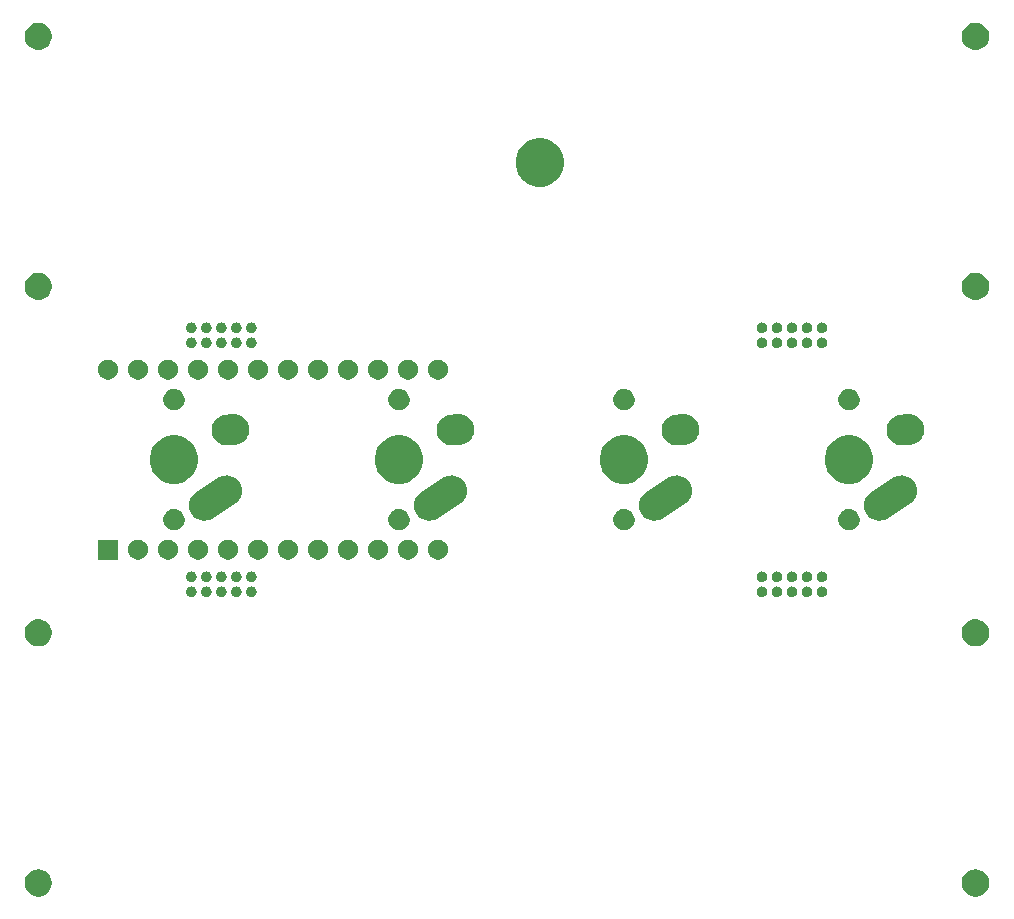
<source format=gbr>
G04 #@! TF.GenerationSoftware,KiCad,Pcbnew,(5.1.4-0-10_14)*
G04 #@! TF.CreationDate,2021-02-23T19:34:54-08:00*
G04 #@! TF.ProjectId,fourkey,666f7572-6b65-4792-9e6b-696361645f70,rev?*
G04 #@! TF.SameCoordinates,Original*
G04 #@! TF.FileFunction,Soldermask,Bot*
G04 #@! TF.FilePolarity,Negative*
%FSLAX46Y46*%
G04 Gerber Fmt 4.6, Leading zero omitted, Abs format (unit mm)*
G04 Created by KiCad (PCBNEW (5.1.4-0-10_14)) date 2021-02-23 19:34:54*
%MOMM*%
%LPD*%
G04 APERTURE LIST*
%ADD10C,0.100000*%
G04 APERTURE END LIST*
D10*
G36*
X146068549Y-114219116D02*
G01*
X146179734Y-114241232D01*
X146389203Y-114327997D01*
X146577720Y-114453960D01*
X146738040Y-114614280D01*
X146864003Y-114802797D01*
X146950768Y-115012266D01*
X146995000Y-115234636D01*
X146995000Y-115461364D01*
X146950768Y-115683734D01*
X146864003Y-115893203D01*
X146738040Y-116081720D01*
X146577720Y-116242040D01*
X146389203Y-116368003D01*
X146179734Y-116454768D01*
X146068549Y-116476884D01*
X145957365Y-116499000D01*
X145730635Y-116499000D01*
X145619451Y-116476884D01*
X145508266Y-116454768D01*
X145298797Y-116368003D01*
X145110280Y-116242040D01*
X144949960Y-116081720D01*
X144823997Y-115893203D01*
X144737232Y-115683734D01*
X144693000Y-115461364D01*
X144693000Y-115234636D01*
X144737232Y-115012266D01*
X144823997Y-114802797D01*
X144949960Y-114614280D01*
X145110280Y-114453960D01*
X145298797Y-114327997D01*
X145508266Y-114241232D01*
X145619451Y-114219116D01*
X145730635Y-114197000D01*
X145957365Y-114197000D01*
X146068549Y-114219116D01*
X146068549Y-114219116D01*
G37*
G36*
X66724549Y-114219116D02*
G01*
X66835734Y-114241232D01*
X67045203Y-114327997D01*
X67233720Y-114453960D01*
X67394040Y-114614280D01*
X67520003Y-114802797D01*
X67606768Y-115012266D01*
X67651000Y-115234636D01*
X67651000Y-115461364D01*
X67606768Y-115683734D01*
X67520003Y-115893203D01*
X67394040Y-116081720D01*
X67233720Y-116242040D01*
X67045203Y-116368003D01*
X66835734Y-116454768D01*
X66724549Y-116476884D01*
X66613365Y-116499000D01*
X66386635Y-116499000D01*
X66275451Y-116476884D01*
X66164266Y-116454768D01*
X65954797Y-116368003D01*
X65766280Y-116242040D01*
X65605960Y-116081720D01*
X65479997Y-115893203D01*
X65393232Y-115683734D01*
X65349000Y-115461364D01*
X65349000Y-115234636D01*
X65393232Y-115012266D01*
X65479997Y-114802797D01*
X65605960Y-114614280D01*
X65766280Y-114453960D01*
X65954797Y-114327997D01*
X66164266Y-114241232D01*
X66275451Y-114219116D01*
X66386635Y-114197000D01*
X66613365Y-114197000D01*
X66724549Y-114219116D01*
X66724549Y-114219116D01*
G37*
G36*
X66724549Y-93041116D02*
G01*
X66835734Y-93063232D01*
X67045203Y-93149997D01*
X67233720Y-93275960D01*
X67394040Y-93436280D01*
X67520003Y-93624797D01*
X67606768Y-93834266D01*
X67651000Y-94056636D01*
X67651000Y-94283364D01*
X67606768Y-94505734D01*
X67520003Y-94715203D01*
X67394040Y-94903720D01*
X67233720Y-95064040D01*
X67045203Y-95190003D01*
X66835734Y-95276768D01*
X66724549Y-95298884D01*
X66613365Y-95321000D01*
X66386635Y-95321000D01*
X66275451Y-95298884D01*
X66164266Y-95276768D01*
X65954797Y-95190003D01*
X65766280Y-95064040D01*
X65605960Y-94903720D01*
X65479997Y-94715203D01*
X65393232Y-94505734D01*
X65349000Y-94283364D01*
X65349000Y-94056636D01*
X65393232Y-93834266D01*
X65479997Y-93624797D01*
X65605960Y-93436280D01*
X65766280Y-93275960D01*
X65954797Y-93149997D01*
X66164266Y-93063232D01*
X66275451Y-93041116D01*
X66386635Y-93019000D01*
X66613365Y-93019000D01*
X66724549Y-93041116D01*
X66724549Y-93041116D01*
G37*
G36*
X146068549Y-93041116D02*
G01*
X146179734Y-93063232D01*
X146389203Y-93149997D01*
X146577720Y-93275960D01*
X146738040Y-93436280D01*
X146864003Y-93624797D01*
X146950768Y-93834266D01*
X146995000Y-94056636D01*
X146995000Y-94283364D01*
X146950768Y-94505734D01*
X146864003Y-94715203D01*
X146738040Y-94903720D01*
X146577720Y-95064040D01*
X146389203Y-95190003D01*
X146179734Y-95276768D01*
X146068549Y-95298884D01*
X145957365Y-95321000D01*
X145730635Y-95321000D01*
X145619451Y-95298884D01*
X145508266Y-95276768D01*
X145298797Y-95190003D01*
X145110280Y-95064040D01*
X144949960Y-94903720D01*
X144823997Y-94715203D01*
X144737232Y-94505734D01*
X144693000Y-94283364D01*
X144693000Y-94056636D01*
X144737232Y-93834266D01*
X144823997Y-93624797D01*
X144949960Y-93436280D01*
X145110280Y-93275960D01*
X145298797Y-93149997D01*
X145508266Y-93063232D01*
X145619451Y-93041116D01*
X145730635Y-93019000D01*
X145957365Y-93019000D01*
X146068549Y-93041116D01*
X146068549Y-93041116D01*
G37*
G36*
X127891714Y-90250389D02*
G01*
X127972645Y-90283912D01*
X128045480Y-90332579D01*
X128107421Y-90394520D01*
X128156088Y-90467355D01*
X128189611Y-90548286D01*
X128206700Y-90634201D01*
X128206700Y-90721799D01*
X128189611Y-90807714D01*
X128156088Y-90888645D01*
X128107421Y-90961480D01*
X128045480Y-91023421D01*
X127972645Y-91072088D01*
X127972644Y-91072089D01*
X127972643Y-91072089D01*
X127891714Y-91105611D01*
X127805801Y-91122700D01*
X127718199Y-91122700D01*
X127632286Y-91105611D01*
X127551357Y-91072089D01*
X127551356Y-91072089D01*
X127551355Y-91072088D01*
X127478520Y-91023421D01*
X127416579Y-90961480D01*
X127367912Y-90888645D01*
X127334389Y-90807714D01*
X127317300Y-90721799D01*
X127317300Y-90634201D01*
X127334389Y-90548286D01*
X127367912Y-90467355D01*
X127416579Y-90394520D01*
X127478520Y-90332579D01*
X127551355Y-90283912D01*
X127632286Y-90250389D01*
X127718199Y-90233300D01*
X127805801Y-90233300D01*
X127891714Y-90250389D01*
X127891714Y-90250389D01*
G37*
G36*
X84669714Y-90250389D02*
G01*
X84750645Y-90283912D01*
X84823480Y-90332579D01*
X84885421Y-90394520D01*
X84934088Y-90467355D01*
X84967611Y-90548286D01*
X84984700Y-90634201D01*
X84984700Y-90721799D01*
X84967611Y-90807714D01*
X84934088Y-90888645D01*
X84885421Y-90961480D01*
X84823480Y-91023421D01*
X84750645Y-91072088D01*
X84750644Y-91072089D01*
X84750643Y-91072089D01*
X84669714Y-91105611D01*
X84583801Y-91122700D01*
X84496199Y-91122700D01*
X84410286Y-91105611D01*
X84329357Y-91072089D01*
X84329356Y-91072089D01*
X84329355Y-91072088D01*
X84256520Y-91023421D01*
X84194579Y-90961480D01*
X84145912Y-90888645D01*
X84112389Y-90807714D01*
X84095300Y-90721799D01*
X84095300Y-90634201D01*
X84112389Y-90548286D01*
X84145912Y-90467355D01*
X84194579Y-90394520D01*
X84256520Y-90332579D01*
X84329355Y-90283912D01*
X84410286Y-90250389D01*
X84496199Y-90233300D01*
X84583801Y-90233300D01*
X84669714Y-90250389D01*
X84669714Y-90250389D01*
G37*
G36*
X83399714Y-90250389D02*
G01*
X83480645Y-90283912D01*
X83553480Y-90332579D01*
X83615421Y-90394520D01*
X83664088Y-90467355D01*
X83697611Y-90548286D01*
X83714700Y-90634201D01*
X83714700Y-90721799D01*
X83697611Y-90807714D01*
X83664088Y-90888645D01*
X83615421Y-90961480D01*
X83553480Y-91023421D01*
X83480645Y-91072088D01*
X83480644Y-91072089D01*
X83480643Y-91072089D01*
X83399714Y-91105611D01*
X83313801Y-91122700D01*
X83226199Y-91122700D01*
X83140286Y-91105611D01*
X83059357Y-91072089D01*
X83059356Y-91072089D01*
X83059355Y-91072088D01*
X82986520Y-91023421D01*
X82924579Y-90961480D01*
X82875912Y-90888645D01*
X82842389Y-90807714D01*
X82825300Y-90721799D01*
X82825300Y-90634201D01*
X82842389Y-90548286D01*
X82875912Y-90467355D01*
X82924579Y-90394520D01*
X82986520Y-90332579D01*
X83059355Y-90283912D01*
X83140286Y-90250389D01*
X83226199Y-90233300D01*
X83313801Y-90233300D01*
X83399714Y-90250389D01*
X83399714Y-90250389D01*
G37*
G36*
X82129714Y-90250389D02*
G01*
X82210645Y-90283912D01*
X82283480Y-90332579D01*
X82345421Y-90394520D01*
X82394088Y-90467355D01*
X82427611Y-90548286D01*
X82444700Y-90634201D01*
X82444700Y-90721799D01*
X82427611Y-90807714D01*
X82394088Y-90888645D01*
X82345421Y-90961480D01*
X82283480Y-91023421D01*
X82210645Y-91072088D01*
X82210644Y-91072089D01*
X82210643Y-91072089D01*
X82129714Y-91105611D01*
X82043801Y-91122700D01*
X81956199Y-91122700D01*
X81870286Y-91105611D01*
X81789357Y-91072089D01*
X81789356Y-91072089D01*
X81789355Y-91072088D01*
X81716520Y-91023421D01*
X81654579Y-90961480D01*
X81605912Y-90888645D01*
X81572389Y-90807714D01*
X81555300Y-90721799D01*
X81555300Y-90634201D01*
X81572389Y-90548286D01*
X81605912Y-90467355D01*
X81654579Y-90394520D01*
X81716520Y-90332579D01*
X81789355Y-90283912D01*
X81870286Y-90250389D01*
X81956199Y-90233300D01*
X82043801Y-90233300D01*
X82129714Y-90250389D01*
X82129714Y-90250389D01*
G37*
G36*
X80859714Y-90250389D02*
G01*
X80940645Y-90283912D01*
X81013480Y-90332579D01*
X81075421Y-90394520D01*
X81124088Y-90467355D01*
X81157611Y-90548286D01*
X81174700Y-90634201D01*
X81174700Y-90721799D01*
X81157611Y-90807714D01*
X81124088Y-90888645D01*
X81075421Y-90961480D01*
X81013480Y-91023421D01*
X80940645Y-91072088D01*
X80940644Y-91072089D01*
X80940643Y-91072089D01*
X80859714Y-91105611D01*
X80773801Y-91122700D01*
X80686199Y-91122700D01*
X80600286Y-91105611D01*
X80519357Y-91072089D01*
X80519356Y-91072089D01*
X80519355Y-91072088D01*
X80446520Y-91023421D01*
X80384579Y-90961480D01*
X80335912Y-90888645D01*
X80302389Y-90807714D01*
X80285300Y-90721799D01*
X80285300Y-90634201D01*
X80302389Y-90548286D01*
X80335912Y-90467355D01*
X80384579Y-90394520D01*
X80446520Y-90332579D01*
X80519355Y-90283912D01*
X80600286Y-90250389D01*
X80686199Y-90233300D01*
X80773801Y-90233300D01*
X80859714Y-90250389D01*
X80859714Y-90250389D01*
G37*
G36*
X79589714Y-90250389D02*
G01*
X79670645Y-90283912D01*
X79743480Y-90332579D01*
X79805421Y-90394520D01*
X79854088Y-90467355D01*
X79887611Y-90548286D01*
X79904700Y-90634201D01*
X79904700Y-90721799D01*
X79887611Y-90807714D01*
X79854088Y-90888645D01*
X79805421Y-90961480D01*
X79743480Y-91023421D01*
X79670645Y-91072088D01*
X79670644Y-91072089D01*
X79670643Y-91072089D01*
X79589714Y-91105611D01*
X79503801Y-91122700D01*
X79416199Y-91122700D01*
X79330286Y-91105611D01*
X79249357Y-91072089D01*
X79249356Y-91072089D01*
X79249355Y-91072088D01*
X79176520Y-91023421D01*
X79114579Y-90961480D01*
X79065912Y-90888645D01*
X79032389Y-90807714D01*
X79015300Y-90721799D01*
X79015300Y-90634201D01*
X79032389Y-90548286D01*
X79065912Y-90467355D01*
X79114579Y-90394520D01*
X79176520Y-90332579D01*
X79249355Y-90283912D01*
X79330286Y-90250389D01*
X79416199Y-90233300D01*
X79503801Y-90233300D01*
X79589714Y-90250389D01*
X79589714Y-90250389D01*
G37*
G36*
X130431714Y-90250389D02*
G01*
X130512645Y-90283912D01*
X130585480Y-90332579D01*
X130647421Y-90394520D01*
X130696088Y-90467355D01*
X130729611Y-90548286D01*
X130746700Y-90634201D01*
X130746700Y-90721799D01*
X130729611Y-90807714D01*
X130696088Y-90888645D01*
X130647421Y-90961480D01*
X130585480Y-91023421D01*
X130512645Y-91072088D01*
X130512644Y-91072089D01*
X130512643Y-91072089D01*
X130431714Y-91105611D01*
X130345801Y-91122700D01*
X130258199Y-91122700D01*
X130172286Y-91105611D01*
X130091357Y-91072089D01*
X130091356Y-91072089D01*
X130091355Y-91072088D01*
X130018520Y-91023421D01*
X129956579Y-90961480D01*
X129907912Y-90888645D01*
X129874389Y-90807714D01*
X129857300Y-90721799D01*
X129857300Y-90634201D01*
X129874389Y-90548286D01*
X129907912Y-90467355D01*
X129956579Y-90394520D01*
X130018520Y-90332579D01*
X130091355Y-90283912D01*
X130172286Y-90250389D01*
X130258199Y-90233300D01*
X130345801Y-90233300D01*
X130431714Y-90250389D01*
X130431714Y-90250389D01*
G37*
G36*
X132971714Y-90250389D02*
G01*
X133052645Y-90283912D01*
X133125480Y-90332579D01*
X133187421Y-90394520D01*
X133236088Y-90467355D01*
X133269611Y-90548286D01*
X133286700Y-90634201D01*
X133286700Y-90721799D01*
X133269611Y-90807714D01*
X133236088Y-90888645D01*
X133187421Y-90961480D01*
X133125480Y-91023421D01*
X133052645Y-91072088D01*
X133052644Y-91072089D01*
X133052643Y-91072089D01*
X132971714Y-91105611D01*
X132885801Y-91122700D01*
X132798199Y-91122700D01*
X132712286Y-91105611D01*
X132631357Y-91072089D01*
X132631356Y-91072089D01*
X132631355Y-91072088D01*
X132558520Y-91023421D01*
X132496579Y-90961480D01*
X132447912Y-90888645D01*
X132414389Y-90807714D01*
X132397300Y-90721799D01*
X132397300Y-90634201D01*
X132414389Y-90548286D01*
X132447912Y-90467355D01*
X132496579Y-90394520D01*
X132558520Y-90332579D01*
X132631355Y-90283912D01*
X132712286Y-90250389D01*
X132798199Y-90233300D01*
X132885801Y-90233300D01*
X132971714Y-90250389D01*
X132971714Y-90250389D01*
G37*
G36*
X131701714Y-90250389D02*
G01*
X131782645Y-90283912D01*
X131855480Y-90332579D01*
X131917421Y-90394520D01*
X131966088Y-90467355D01*
X131999611Y-90548286D01*
X132016700Y-90634201D01*
X132016700Y-90721799D01*
X131999611Y-90807714D01*
X131966088Y-90888645D01*
X131917421Y-90961480D01*
X131855480Y-91023421D01*
X131782645Y-91072088D01*
X131782644Y-91072089D01*
X131782643Y-91072089D01*
X131701714Y-91105611D01*
X131615801Y-91122700D01*
X131528199Y-91122700D01*
X131442286Y-91105611D01*
X131361357Y-91072089D01*
X131361356Y-91072089D01*
X131361355Y-91072088D01*
X131288520Y-91023421D01*
X131226579Y-90961480D01*
X131177912Y-90888645D01*
X131144389Y-90807714D01*
X131127300Y-90721799D01*
X131127300Y-90634201D01*
X131144389Y-90548286D01*
X131177912Y-90467355D01*
X131226579Y-90394520D01*
X131288520Y-90332579D01*
X131361355Y-90283912D01*
X131442286Y-90250389D01*
X131528199Y-90233300D01*
X131615801Y-90233300D01*
X131701714Y-90250389D01*
X131701714Y-90250389D01*
G37*
G36*
X129161714Y-90250389D02*
G01*
X129242645Y-90283912D01*
X129315480Y-90332579D01*
X129377421Y-90394520D01*
X129426088Y-90467355D01*
X129459611Y-90548286D01*
X129476700Y-90634201D01*
X129476700Y-90721799D01*
X129459611Y-90807714D01*
X129426088Y-90888645D01*
X129377421Y-90961480D01*
X129315480Y-91023421D01*
X129242645Y-91072088D01*
X129242644Y-91072089D01*
X129242643Y-91072089D01*
X129161714Y-91105611D01*
X129075801Y-91122700D01*
X128988199Y-91122700D01*
X128902286Y-91105611D01*
X128821357Y-91072089D01*
X128821356Y-91072089D01*
X128821355Y-91072088D01*
X128748520Y-91023421D01*
X128686579Y-90961480D01*
X128637912Y-90888645D01*
X128604389Y-90807714D01*
X128587300Y-90721799D01*
X128587300Y-90634201D01*
X128604389Y-90548286D01*
X128637912Y-90467355D01*
X128686579Y-90394520D01*
X128748520Y-90332579D01*
X128821355Y-90283912D01*
X128902286Y-90250389D01*
X128988199Y-90233300D01*
X129075801Y-90233300D01*
X129161714Y-90250389D01*
X129161714Y-90250389D01*
G37*
G36*
X132971714Y-88980389D02*
G01*
X133052645Y-89013912D01*
X133125480Y-89062579D01*
X133187421Y-89124520D01*
X133236088Y-89197355D01*
X133269611Y-89278286D01*
X133286700Y-89364201D01*
X133286700Y-89451799D01*
X133269611Y-89537714D01*
X133236088Y-89618645D01*
X133187421Y-89691480D01*
X133125480Y-89753421D01*
X133052645Y-89802088D01*
X133052644Y-89802089D01*
X133052643Y-89802089D01*
X132971714Y-89835611D01*
X132885801Y-89852700D01*
X132798199Y-89852700D01*
X132712286Y-89835611D01*
X132631357Y-89802089D01*
X132631356Y-89802089D01*
X132631355Y-89802088D01*
X132558520Y-89753421D01*
X132496579Y-89691480D01*
X132447912Y-89618645D01*
X132414389Y-89537714D01*
X132397300Y-89451799D01*
X132397300Y-89364201D01*
X132414389Y-89278286D01*
X132447912Y-89197355D01*
X132496579Y-89124520D01*
X132558520Y-89062579D01*
X132631355Y-89013912D01*
X132712286Y-88980389D01*
X132798199Y-88963300D01*
X132885801Y-88963300D01*
X132971714Y-88980389D01*
X132971714Y-88980389D01*
G37*
G36*
X131701714Y-88980389D02*
G01*
X131782645Y-89013912D01*
X131855480Y-89062579D01*
X131917421Y-89124520D01*
X131966088Y-89197355D01*
X131999611Y-89278286D01*
X132016700Y-89364201D01*
X132016700Y-89451799D01*
X131999611Y-89537714D01*
X131966088Y-89618645D01*
X131917421Y-89691480D01*
X131855480Y-89753421D01*
X131782645Y-89802088D01*
X131782644Y-89802089D01*
X131782643Y-89802089D01*
X131701714Y-89835611D01*
X131615801Y-89852700D01*
X131528199Y-89852700D01*
X131442286Y-89835611D01*
X131361357Y-89802089D01*
X131361356Y-89802089D01*
X131361355Y-89802088D01*
X131288520Y-89753421D01*
X131226579Y-89691480D01*
X131177912Y-89618645D01*
X131144389Y-89537714D01*
X131127300Y-89451799D01*
X131127300Y-89364201D01*
X131144389Y-89278286D01*
X131177912Y-89197355D01*
X131226579Y-89124520D01*
X131288520Y-89062579D01*
X131361355Y-89013912D01*
X131442286Y-88980389D01*
X131528199Y-88963300D01*
X131615801Y-88963300D01*
X131701714Y-88980389D01*
X131701714Y-88980389D01*
G37*
G36*
X130431714Y-88980389D02*
G01*
X130512645Y-89013912D01*
X130585480Y-89062579D01*
X130647421Y-89124520D01*
X130696088Y-89197355D01*
X130729611Y-89278286D01*
X130746700Y-89364201D01*
X130746700Y-89451799D01*
X130729611Y-89537714D01*
X130696088Y-89618645D01*
X130647421Y-89691480D01*
X130585480Y-89753421D01*
X130512645Y-89802088D01*
X130512644Y-89802089D01*
X130512643Y-89802089D01*
X130431714Y-89835611D01*
X130345801Y-89852700D01*
X130258199Y-89852700D01*
X130172286Y-89835611D01*
X130091357Y-89802089D01*
X130091356Y-89802089D01*
X130091355Y-89802088D01*
X130018520Y-89753421D01*
X129956579Y-89691480D01*
X129907912Y-89618645D01*
X129874389Y-89537714D01*
X129857300Y-89451799D01*
X129857300Y-89364201D01*
X129874389Y-89278286D01*
X129907912Y-89197355D01*
X129956579Y-89124520D01*
X130018520Y-89062579D01*
X130091355Y-89013912D01*
X130172286Y-88980389D01*
X130258199Y-88963300D01*
X130345801Y-88963300D01*
X130431714Y-88980389D01*
X130431714Y-88980389D01*
G37*
G36*
X129161714Y-88980389D02*
G01*
X129242645Y-89013912D01*
X129315480Y-89062579D01*
X129377421Y-89124520D01*
X129426088Y-89197355D01*
X129459611Y-89278286D01*
X129476700Y-89364201D01*
X129476700Y-89451799D01*
X129459611Y-89537714D01*
X129426088Y-89618645D01*
X129377421Y-89691480D01*
X129315480Y-89753421D01*
X129242645Y-89802088D01*
X129242644Y-89802089D01*
X129242643Y-89802089D01*
X129161714Y-89835611D01*
X129075801Y-89852700D01*
X128988199Y-89852700D01*
X128902286Y-89835611D01*
X128821357Y-89802089D01*
X128821356Y-89802089D01*
X128821355Y-89802088D01*
X128748520Y-89753421D01*
X128686579Y-89691480D01*
X128637912Y-89618645D01*
X128604389Y-89537714D01*
X128587300Y-89451799D01*
X128587300Y-89364201D01*
X128604389Y-89278286D01*
X128637912Y-89197355D01*
X128686579Y-89124520D01*
X128748520Y-89062579D01*
X128821355Y-89013912D01*
X128902286Y-88980389D01*
X128988199Y-88963300D01*
X129075801Y-88963300D01*
X129161714Y-88980389D01*
X129161714Y-88980389D01*
G37*
G36*
X127891714Y-88980389D02*
G01*
X127972645Y-89013912D01*
X128045480Y-89062579D01*
X128107421Y-89124520D01*
X128156088Y-89197355D01*
X128189611Y-89278286D01*
X128206700Y-89364201D01*
X128206700Y-89451799D01*
X128189611Y-89537714D01*
X128156088Y-89618645D01*
X128107421Y-89691480D01*
X128045480Y-89753421D01*
X127972645Y-89802088D01*
X127972644Y-89802089D01*
X127972643Y-89802089D01*
X127891714Y-89835611D01*
X127805801Y-89852700D01*
X127718199Y-89852700D01*
X127632286Y-89835611D01*
X127551357Y-89802089D01*
X127551356Y-89802089D01*
X127551355Y-89802088D01*
X127478520Y-89753421D01*
X127416579Y-89691480D01*
X127367912Y-89618645D01*
X127334389Y-89537714D01*
X127317300Y-89451799D01*
X127317300Y-89364201D01*
X127334389Y-89278286D01*
X127367912Y-89197355D01*
X127416579Y-89124520D01*
X127478520Y-89062579D01*
X127551355Y-89013912D01*
X127632286Y-88980389D01*
X127718199Y-88963300D01*
X127805801Y-88963300D01*
X127891714Y-88980389D01*
X127891714Y-88980389D01*
G37*
G36*
X84669714Y-88980389D02*
G01*
X84750645Y-89013912D01*
X84823480Y-89062579D01*
X84885421Y-89124520D01*
X84934088Y-89197355D01*
X84967611Y-89278286D01*
X84984700Y-89364201D01*
X84984700Y-89451799D01*
X84967611Y-89537714D01*
X84934088Y-89618645D01*
X84885421Y-89691480D01*
X84823480Y-89753421D01*
X84750645Y-89802088D01*
X84750644Y-89802089D01*
X84750643Y-89802089D01*
X84669714Y-89835611D01*
X84583801Y-89852700D01*
X84496199Y-89852700D01*
X84410286Y-89835611D01*
X84329357Y-89802089D01*
X84329356Y-89802089D01*
X84329355Y-89802088D01*
X84256520Y-89753421D01*
X84194579Y-89691480D01*
X84145912Y-89618645D01*
X84112389Y-89537714D01*
X84095300Y-89451799D01*
X84095300Y-89364201D01*
X84112389Y-89278286D01*
X84145912Y-89197355D01*
X84194579Y-89124520D01*
X84256520Y-89062579D01*
X84329355Y-89013912D01*
X84410286Y-88980389D01*
X84496199Y-88963300D01*
X84583801Y-88963300D01*
X84669714Y-88980389D01*
X84669714Y-88980389D01*
G37*
G36*
X83399714Y-88980389D02*
G01*
X83480645Y-89013912D01*
X83553480Y-89062579D01*
X83615421Y-89124520D01*
X83664088Y-89197355D01*
X83697611Y-89278286D01*
X83714700Y-89364201D01*
X83714700Y-89451799D01*
X83697611Y-89537714D01*
X83664088Y-89618645D01*
X83615421Y-89691480D01*
X83553480Y-89753421D01*
X83480645Y-89802088D01*
X83480644Y-89802089D01*
X83480643Y-89802089D01*
X83399714Y-89835611D01*
X83313801Y-89852700D01*
X83226199Y-89852700D01*
X83140286Y-89835611D01*
X83059357Y-89802089D01*
X83059356Y-89802089D01*
X83059355Y-89802088D01*
X82986520Y-89753421D01*
X82924579Y-89691480D01*
X82875912Y-89618645D01*
X82842389Y-89537714D01*
X82825300Y-89451799D01*
X82825300Y-89364201D01*
X82842389Y-89278286D01*
X82875912Y-89197355D01*
X82924579Y-89124520D01*
X82986520Y-89062579D01*
X83059355Y-89013912D01*
X83140286Y-88980389D01*
X83226199Y-88963300D01*
X83313801Y-88963300D01*
X83399714Y-88980389D01*
X83399714Y-88980389D01*
G37*
G36*
X82129714Y-88980389D02*
G01*
X82210645Y-89013912D01*
X82283480Y-89062579D01*
X82345421Y-89124520D01*
X82394088Y-89197355D01*
X82427611Y-89278286D01*
X82444700Y-89364201D01*
X82444700Y-89451799D01*
X82427611Y-89537714D01*
X82394088Y-89618645D01*
X82345421Y-89691480D01*
X82283480Y-89753421D01*
X82210645Y-89802088D01*
X82210644Y-89802089D01*
X82210643Y-89802089D01*
X82129714Y-89835611D01*
X82043801Y-89852700D01*
X81956199Y-89852700D01*
X81870286Y-89835611D01*
X81789357Y-89802089D01*
X81789356Y-89802089D01*
X81789355Y-89802088D01*
X81716520Y-89753421D01*
X81654579Y-89691480D01*
X81605912Y-89618645D01*
X81572389Y-89537714D01*
X81555300Y-89451799D01*
X81555300Y-89364201D01*
X81572389Y-89278286D01*
X81605912Y-89197355D01*
X81654579Y-89124520D01*
X81716520Y-89062579D01*
X81789355Y-89013912D01*
X81870286Y-88980389D01*
X81956199Y-88963300D01*
X82043801Y-88963300D01*
X82129714Y-88980389D01*
X82129714Y-88980389D01*
G37*
G36*
X80859714Y-88980389D02*
G01*
X80940645Y-89013912D01*
X81013480Y-89062579D01*
X81075421Y-89124520D01*
X81124088Y-89197355D01*
X81157611Y-89278286D01*
X81174700Y-89364201D01*
X81174700Y-89451799D01*
X81157611Y-89537714D01*
X81124088Y-89618645D01*
X81075421Y-89691480D01*
X81013480Y-89753421D01*
X80940645Y-89802088D01*
X80940644Y-89802089D01*
X80940643Y-89802089D01*
X80859714Y-89835611D01*
X80773801Y-89852700D01*
X80686199Y-89852700D01*
X80600286Y-89835611D01*
X80519357Y-89802089D01*
X80519356Y-89802089D01*
X80519355Y-89802088D01*
X80446520Y-89753421D01*
X80384579Y-89691480D01*
X80335912Y-89618645D01*
X80302389Y-89537714D01*
X80285300Y-89451799D01*
X80285300Y-89364201D01*
X80302389Y-89278286D01*
X80335912Y-89197355D01*
X80384579Y-89124520D01*
X80446520Y-89062579D01*
X80519355Y-89013912D01*
X80600286Y-88980389D01*
X80686199Y-88963300D01*
X80773801Y-88963300D01*
X80859714Y-88980389D01*
X80859714Y-88980389D01*
G37*
G36*
X79589714Y-88980389D02*
G01*
X79670645Y-89013912D01*
X79743480Y-89062579D01*
X79805421Y-89124520D01*
X79854088Y-89197355D01*
X79887611Y-89278286D01*
X79904700Y-89364201D01*
X79904700Y-89451799D01*
X79887611Y-89537714D01*
X79854088Y-89618645D01*
X79805421Y-89691480D01*
X79743480Y-89753421D01*
X79670645Y-89802088D01*
X79670644Y-89802089D01*
X79670643Y-89802089D01*
X79589714Y-89835611D01*
X79503801Y-89852700D01*
X79416199Y-89852700D01*
X79330286Y-89835611D01*
X79249357Y-89802089D01*
X79249356Y-89802089D01*
X79249355Y-89802088D01*
X79176520Y-89753421D01*
X79114579Y-89691480D01*
X79065912Y-89618645D01*
X79032389Y-89537714D01*
X79015300Y-89451799D01*
X79015300Y-89364201D01*
X79032389Y-89278286D01*
X79065912Y-89197355D01*
X79114579Y-89124520D01*
X79176520Y-89062579D01*
X79249355Y-89013912D01*
X79330286Y-88980389D01*
X79416199Y-88963300D01*
X79503801Y-88963300D01*
X79589714Y-88980389D01*
X79589714Y-88980389D01*
G37*
G36*
X92958228Y-86303703D02*
G01*
X93113100Y-86367853D01*
X93252481Y-86460985D01*
X93371015Y-86579519D01*
X93464147Y-86718900D01*
X93528297Y-86873772D01*
X93561000Y-87038184D01*
X93561000Y-87205816D01*
X93528297Y-87370228D01*
X93464147Y-87525100D01*
X93371015Y-87664481D01*
X93252481Y-87783015D01*
X93113100Y-87876147D01*
X92958228Y-87940297D01*
X92793816Y-87973000D01*
X92626184Y-87973000D01*
X92461772Y-87940297D01*
X92306900Y-87876147D01*
X92167519Y-87783015D01*
X92048985Y-87664481D01*
X91955853Y-87525100D01*
X91891703Y-87370228D01*
X91859000Y-87205816D01*
X91859000Y-87038184D01*
X91891703Y-86873772D01*
X91955853Y-86718900D01*
X92048985Y-86579519D01*
X92167519Y-86460985D01*
X92306900Y-86367853D01*
X92461772Y-86303703D01*
X92626184Y-86271000D01*
X92793816Y-86271000D01*
X92958228Y-86303703D01*
X92958228Y-86303703D01*
G37*
G36*
X73241000Y-87973000D02*
G01*
X71539000Y-87973000D01*
X71539000Y-86271000D01*
X73241000Y-86271000D01*
X73241000Y-87973000D01*
X73241000Y-87973000D01*
G37*
G36*
X75178228Y-86303703D02*
G01*
X75333100Y-86367853D01*
X75472481Y-86460985D01*
X75591015Y-86579519D01*
X75684147Y-86718900D01*
X75748297Y-86873772D01*
X75781000Y-87038184D01*
X75781000Y-87205816D01*
X75748297Y-87370228D01*
X75684147Y-87525100D01*
X75591015Y-87664481D01*
X75472481Y-87783015D01*
X75333100Y-87876147D01*
X75178228Y-87940297D01*
X75013816Y-87973000D01*
X74846184Y-87973000D01*
X74681772Y-87940297D01*
X74526900Y-87876147D01*
X74387519Y-87783015D01*
X74268985Y-87664481D01*
X74175853Y-87525100D01*
X74111703Y-87370228D01*
X74079000Y-87205816D01*
X74079000Y-87038184D01*
X74111703Y-86873772D01*
X74175853Y-86718900D01*
X74268985Y-86579519D01*
X74387519Y-86460985D01*
X74526900Y-86367853D01*
X74681772Y-86303703D01*
X74846184Y-86271000D01*
X75013816Y-86271000D01*
X75178228Y-86303703D01*
X75178228Y-86303703D01*
G37*
G36*
X77718228Y-86303703D02*
G01*
X77873100Y-86367853D01*
X78012481Y-86460985D01*
X78131015Y-86579519D01*
X78224147Y-86718900D01*
X78288297Y-86873772D01*
X78321000Y-87038184D01*
X78321000Y-87205816D01*
X78288297Y-87370228D01*
X78224147Y-87525100D01*
X78131015Y-87664481D01*
X78012481Y-87783015D01*
X77873100Y-87876147D01*
X77718228Y-87940297D01*
X77553816Y-87973000D01*
X77386184Y-87973000D01*
X77221772Y-87940297D01*
X77066900Y-87876147D01*
X76927519Y-87783015D01*
X76808985Y-87664481D01*
X76715853Y-87525100D01*
X76651703Y-87370228D01*
X76619000Y-87205816D01*
X76619000Y-87038184D01*
X76651703Y-86873772D01*
X76715853Y-86718900D01*
X76808985Y-86579519D01*
X76927519Y-86460985D01*
X77066900Y-86367853D01*
X77221772Y-86303703D01*
X77386184Y-86271000D01*
X77553816Y-86271000D01*
X77718228Y-86303703D01*
X77718228Y-86303703D01*
G37*
G36*
X80258228Y-86303703D02*
G01*
X80413100Y-86367853D01*
X80552481Y-86460985D01*
X80671015Y-86579519D01*
X80764147Y-86718900D01*
X80828297Y-86873772D01*
X80861000Y-87038184D01*
X80861000Y-87205816D01*
X80828297Y-87370228D01*
X80764147Y-87525100D01*
X80671015Y-87664481D01*
X80552481Y-87783015D01*
X80413100Y-87876147D01*
X80258228Y-87940297D01*
X80093816Y-87973000D01*
X79926184Y-87973000D01*
X79761772Y-87940297D01*
X79606900Y-87876147D01*
X79467519Y-87783015D01*
X79348985Y-87664481D01*
X79255853Y-87525100D01*
X79191703Y-87370228D01*
X79159000Y-87205816D01*
X79159000Y-87038184D01*
X79191703Y-86873772D01*
X79255853Y-86718900D01*
X79348985Y-86579519D01*
X79467519Y-86460985D01*
X79606900Y-86367853D01*
X79761772Y-86303703D01*
X79926184Y-86271000D01*
X80093816Y-86271000D01*
X80258228Y-86303703D01*
X80258228Y-86303703D01*
G37*
G36*
X82798228Y-86303703D02*
G01*
X82953100Y-86367853D01*
X83092481Y-86460985D01*
X83211015Y-86579519D01*
X83304147Y-86718900D01*
X83368297Y-86873772D01*
X83401000Y-87038184D01*
X83401000Y-87205816D01*
X83368297Y-87370228D01*
X83304147Y-87525100D01*
X83211015Y-87664481D01*
X83092481Y-87783015D01*
X82953100Y-87876147D01*
X82798228Y-87940297D01*
X82633816Y-87973000D01*
X82466184Y-87973000D01*
X82301772Y-87940297D01*
X82146900Y-87876147D01*
X82007519Y-87783015D01*
X81888985Y-87664481D01*
X81795853Y-87525100D01*
X81731703Y-87370228D01*
X81699000Y-87205816D01*
X81699000Y-87038184D01*
X81731703Y-86873772D01*
X81795853Y-86718900D01*
X81888985Y-86579519D01*
X82007519Y-86460985D01*
X82146900Y-86367853D01*
X82301772Y-86303703D01*
X82466184Y-86271000D01*
X82633816Y-86271000D01*
X82798228Y-86303703D01*
X82798228Y-86303703D01*
G37*
G36*
X85338228Y-86303703D02*
G01*
X85493100Y-86367853D01*
X85632481Y-86460985D01*
X85751015Y-86579519D01*
X85844147Y-86718900D01*
X85908297Y-86873772D01*
X85941000Y-87038184D01*
X85941000Y-87205816D01*
X85908297Y-87370228D01*
X85844147Y-87525100D01*
X85751015Y-87664481D01*
X85632481Y-87783015D01*
X85493100Y-87876147D01*
X85338228Y-87940297D01*
X85173816Y-87973000D01*
X85006184Y-87973000D01*
X84841772Y-87940297D01*
X84686900Y-87876147D01*
X84547519Y-87783015D01*
X84428985Y-87664481D01*
X84335853Y-87525100D01*
X84271703Y-87370228D01*
X84239000Y-87205816D01*
X84239000Y-87038184D01*
X84271703Y-86873772D01*
X84335853Y-86718900D01*
X84428985Y-86579519D01*
X84547519Y-86460985D01*
X84686900Y-86367853D01*
X84841772Y-86303703D01*
X85006184Y-86271000D01*
X85173816Y-86271000D01*
X85338228Y-86303703D01*
X85338228Y-86303703D01*
G37*
G36*
X87878228Y-86303703D02*
G01*
X88033100Y-86367853D01*
X88172481Y-86460985D01*
X88291015Y-86579519D01*
X88384147Y-86718900D01*
X88448297Y-86873772D01*
X88481000Y-87038184D01*
X88481000Y-87205816D01*
X88448297Y-87370228D01*
X88384147Y-87525100D01*
X88291015Y-87664481D01*
X88172481Y-87783015D01*
X88033100Y-87876147D01*
X87878228Y-87940297D01*
X87713816Y-87973000D01*
X87546184Y-87973000D01*
X87381772Y-87940297D01*
X87226900Y-87876147D01*
X87087519Y-87783015D01*
X86968985Y-87664481D01*
X86875853Y-87525100D01*
X86811703Y-87370228D01*
X86779000Y-87205816D01*
X86779000Y-87038184D01*
X86811703Y-86873772D01*
X86875853Y-86718900D01*
X86968985Y-86579519D01*
X87087519Y-86460985D01*
X87226900Y-86367853D01*
X87381772Y-86303703D01*
X87546184Y-86271000D01*
X87713816Y-86271000D01*
X87878228Y-86303703D01*
X87878228Y-86303703D01*
G37*
G36*
X90418228Y-86303703D02*
G01*
X90573100Y-86367853D01*
X90712481Y-86460985D01*
X90831015Y-86579519D01*
X90924147Y-86718900D01*
X90988297Y-86873772D01*
X91021000Y-87038184D01*
X91021000Y-87205816D01*
X90988297Y-87370228D01*
X90924147Y-87525100D01*
X90831015Y-87664481D01*
X90712481Y-87783015D01*
X90573100Y-87876147D01*
X90418228Y-87940297D01*
X90253816Y-87973000D01*
X90086184Y-87973000D01*
X89921772Y-87940297D01*
X89766900Y-87876147D01*
X89627519Y-87783015D01*
X89508985Y-87664481D01*
X89415853Y-87525100D01*
X89351703Y-87370228D01*
X89319000Y-87205816D01*
X89319000Y-87038184D01*
X89351703Y-86873772D01*
X89415853Y-86718900D01*
X89508985Y-86579519D01*
X89627519Y-86460985D01*
X89766900Y-86367853D01*
X89921772Y-86303703D01*
X90086184Y-86271000D01*
X90253816Y-86271000D01*
X90418228Y-86303703D01*
X90418228Y-86303703D01*
G37*
G36*
X95498228Y-86303703D02*
G01*
X95653100Y-86367853D01*
X95792481Y-86460985D01*
X95911015Y-86579519D01*
X96004147Y-86718900D01*
X96068297Y-86873772D01*
X96101000Y-87038184D01*
X96101000Y-87205816D01*
X96068297Y-87370228D01*
X96004147Y-87525100D01*
X95911015Y-87664481D01*
X95792481Y-87783015D01*
X95653100Y-87876147D01*
X95498228Y-87940297D01*
X95333816Y-87973000D01*
X95166184Y-87973000D01*
X95001772Y-87940297D01*
X94846900Y-87876147D01*
X94707519Y-87783015D01*
X94588985Y-87664481D01*
X94495853Y-87525100D01*
X94431703Y-87370228D01*
X94399000Y-87205816D01*
X94399000Y-87038184D01*
X94431703Y-86873772D01*
X94495853Y-86718900D01*
X94588985Y-86579519D01*
X94707519Y-86460985D01*
X94846900Y-86367853D01*
X95001772Y-86303703D01*
X95166184Y-86271000D01*
X95333816Y-86271000D01*
X95498228Y-86303703D01*
X95498228Y-86303703D01*
G37*
G36*
X98038228Y-86303703D02*
G01*
X98193100Y-86367853D01*
X98332481Y-86460985D01*
X98451015Y-86579519D01*
X98544147Y-86718900D01*
X98608297Y-86873772D01*
X98641000Y-87038184D01*
X98641000Y-87205816D01*
X98608297Y-87370228D01*
X98544147Y-87525100D01*
X98451015Y-87664481D01*
X98332481Y-87783015D01*
X98193100Y-87876147D01*
X98038228Y-87940297D01*
X97873816Y-87973000D01*
X97706184Y-87973000D01*
X97541772Y-87940297D01*
X97386900Y-87876147D01*
X97247519Y-87783015D01*
X97128985Y-87664481D01*
X97035853Y-87525100D01*
X96971703Y-87370228D01*
X96939000Y-87205816D01*
X96939000Y-87038184D01*
X96971703Y-86873772D01*
X97035853Y-86718900D01*
X97128985Y-86579519D01*
X97247519Y-86460985D01*
X97386900Y-86367853D01*
X97541772Y-86303703D01*
X97706184Y-86271000D01*
X97873816Y-86271000D01*
X98038228Y-86303703D01*
X98038228Y-86303703D01*
G37*
G36*
X100578228Y-86303703D02*
G01*
X100733100Y-86367853D01*
X100872481Y-86460985D01*
X100991015Y-86579519D01*
X101084147Y-86718900D01*
X101148297Y-86873772D01*
X101181000Y-87038184D01*
X101181000Y-87205816D01*
X101148297Y-87370228D01*
X101084147Y-87525100D01*
X100991015Y-87664481D01*
X100872481Y-87783015D01*
X100733100Y-87876147D01*
X100578228Y-87940297D01*
X100413816Y-87973000D01*
X100246184Y-87973000D01*
X100081772Y-87940297D01*
X99926900Y-87876147D01*
X99787519Y-87783015D01*
X99668985Y-87664481D01*
X99575853Y-87525100D01*
X99511703Y-87370228D01*
X99479000Y-87205816D01*
X99479000Y-87038184D01*
X99511703Y-86873772D01*
X99575853Y-86718900D01*
X99668985Y-86579519D01*
X99787519Y-86460985D01*
X99926900Y-86367853D01*
X100081772Y-86303703D01*
X100246184Y-86271000D01*
X100413816Y-86271000D01*
X100578228Y-86303703D01*
X100578228Y-86303703D01*
G37*
G36*
X78153952Y-83697429D02*
G01*
X78241075Y-83714759D01*
X78350498Y-83760084D01*
X78405211Y-83782747D01*
X78483825Y-83835275D01*
X78552928Y-83881448D01*
X78678552Y-84007072D01*
X78678554Y-84007075D01*
X78777253Y-84154789D01*
X78777253Y-84154790D01*
X78845241Y-84318925D01*
X78879900Y-84493171D01*
X78879900Y-84670829D01*
X78845241Y-84845075D01*
X78799916Y-84954498D01*
X78777253Y-85009211D01*
X78679217Y-85155933D01*
X78678552Y-85156928D01*
X78552928Y-85282552D01*
X78552925Y-85282554D01*
X78405211Y-85381253D01*
X78350498Y-85403916D01*
X78241075Y-85449241D01*
X78153952Y-85466571D01*
X78066831Y-85483900D01*
X77889169Y-85483900D01*
X77802048Y-85466571D01*
X77714925Y-85449241D01*
X77605502Y-85403916D01*
X77550789Y-85381253D01*
X77403075Y-85282554D01*
X77403072Y-85282552D01*
X77277448Y-85156928D01*
X77276783Y-85155933D01*
X77178747Y-85009211D01*
X77156084Y-84954498D01*
X77110759Y-84845075D01*
X77076100Y-84670829D01*
X77076100Y-84493171D01*
X77110759Y-84318925D01*
X77178747Y-84154790D01*
X77178747Y-84154789D01*
X77277446Y-84007075D01*
X77277448Y-84007072D01*
X77403072Y-83881448D01*
X77472175Y-83835275D01*
X77550789Y-83782747D01*
X77605502Y-83760084D01*
X77714925Y-83714759D01*
X77802048Y-83697429D01*
X77889169Y-83680100D01*
X78066831Y-83680100D01*
X78153952Y-83697429D01*
X78153952Y-83697429D01*
G37*
G36*
X97203952Y-83697429D02*
G01*
X97291075Y-83714759D01*
X97400498Y-83760084D01*
X97455211Y-83782747D01*
X97533825Y-83835275D01*
X97602928Y-83881448D01*
X97728552Y-84007072D01*
X97728554Y-84007075D01*
X97827253Y-84154789D01*
X97827253Y-84154790D01*
X97895241Y-84318925D01*
X97929900Y-84493171D01*
X97929900Y-84670829D01*
X97895241Y-84845075D01*
X97849916Y-84954498D01*
X97827253Y-85009211D01*
X97729217Y-85155933D01*
X97728552Y-85156928D01*
X97602928Y-85282552D01*
X97602925Y-85282554D01*
X97455211Y-85381253D01*
X97400498Y-85403916D01*
X97291075Y-85449241D01*
X97203952Y-85466571D01*
X97116831Y-85483900D01*
X96939169Y-85483900D01*
X96852048Y-85466571D01*
X96764925Y-85449241D01*
X96655502Y-85403916D01*
X96600789Y-85381253D01*
X96453075Y-85282554D01*
X96453072Y-85282552D01*
X96327448Y-85156928D01*
X96326783Y-85155933D01*
X96228747Y-85009211D01*
X96206084Y-84954498D01*
X96160759Y-84845075D01*
X96126100Y-84670829D01*
X96126100Y-84493171D01*
X96160759Y-84318925D01*
X96228747Y-84154790D01*
X96228747Y-84154789D01*
X96327446Y-84007075D01*
X96327448Y-84007072D01*
X96453072Y-83881448D01*
X96522175Y-83835275D01*
X96600789Y-83782747D01*
X96655502Y-83760084D01*
X96764925Y-83714759D01*
X96852048Y-83697429D01*
X96939169Y-83680100D01*
X97116831Y-83680100D01*
X97203952Y-83697429D01*
X97203952Y-83697429D01*
G37*
G36*
X135303952Y-83697429D02*
G01*
X135391075Y-83714759D01*
X135500498Y-83760084D01*
X135555211Y-83782747D01*
X135633825Y-83835275D01*
X135702928Y-83881448D01*
X135828552Y-84007072D01*
X135828554Y-84007075D01*
X135927253Y-84154789D01*
X135927253Y-84154790D01*
X135995241Y-84318925D01*
X136029900Y-84493171D01*
X136029900Y-84670829D01*
X135995241Y-84845075D01*
X135949916Y-84954498D01*
X135927253Y-85009211D01*
X135829217Y-85155933D01*
X135828552Y-85156928D01*
X135702928Y-85282552D01*
X135702925Y-85282554D01*
X135555211Y-85381253D01*
X135500498Y-85403916D01*
X135391075Y-85449241D01*
X135303952Y-85466571D01*
X135216831Y-85483900D01*
X135039169Y-85483900D01*
X134952048Y-85466571D01*
X134864925Y-85449241D01*
X134755502Y-85403916D01*
X134700789Y-85381253D01*
X134553075Y-85282554D01*
X134553072Y-85282552D01*
X134427448Y-85156928D01*
X134426783Y-85155933D01*
X134328747Y-85009211D01*
X134306084Y-84954498D01*
X134260759Y-84845075D01*
X134226100Y-84670829D01*
X134226100Y-84493171D01*
X134260759Y-84318925D01*
X134328747Y-84154790D01*
X134328747Y-84154789D01*
X134427446Y-84007075D01*
X134427448Y-84007072D01*
X134553072Y-83881448D01*
X134622175Y-83835275D01*
X134700789Y-83782747D01*
X134755502Y-83760084D01*
X134864925Y-83714759D01*
X134952048Y-83697429D01*
X135039169Y-83680100D01*
X135216831Y-83680100D01*
X135303952Y-83697429D01*
X135303952Y-83697429D01*
G37*
G36*
X116253952Y-83697429D02*
G01*
X116341075Y-83714759D01*
X116450498Y-83760084D01*
X116505211Y-83782747D01*
X116583825Y-83835275D01*
X116652928Y-83881448D01*
X116778552Y-84007072D01*
X116778554Y-84007075D01*
X116877253Y-84154789D01*
X116877253Y-84154790D01*
X116945241Y-84318925D01*
X116979900Y-84493171D01*
X116979900Y-84670829D01*
X116945241Y-84845075D01*
X116899916Y-84954498D01*
X116877253Y-85009211D01*
X116779217Y-85155933D01*
X116778552Y-85156928D01*
X116652928Y-85282552D01*
X116652925Y-85282554D01*
X116505211Y-85381253D01*
X116450498Y-85403916D01*
X116341075Y-85449241D01*
X116253952Y-85466571D01*
X116166831Y-85483900D01*
X115989169Y-85483900D01*
X115902048Y-85466571D01*
X115814925Y-85449241D01*
X115705502Y-85403916D01*
X115650789Y-85381253D01*
X115503075Y-85282554D01*
X115503072Y-85282552D01*
X115377448Y-85156928D01*
X115376783Y-85155933D01*
X115278747Y-85009211D01*
X115256084Y-84954498D01*
X115210759Y-84845075D01*
X115176100Y-84670829D01*
X115176100Y-84493171D01*
X115210759Y-84318925D01*
X115278747Y-84154790D01*
X115278747Y-84154789D01*
X115377446Y-84007075D01*
X115377448Y-84007072D01*
X115503072Y-83881448D01*
X115572175Y-83835275D01*
X115650789Y-83782747D01*
X115705502Y-83760084D01*
X115814925Y-83714759D01*
X115902048Y-83697429D01*
X115989169Y-83680100D01*
X116166831Y-83680100D01*
X116253952Y-83697429D01*
X116253952Y-83697429D01*
G37*
G36*
X82729761Y-80876232D02*
G01*
X82729764Y-80876233D01*
X82973322Y-80955957D01*
X83196647Y-81081666D01*
X83391157Y-81248528D01*
X83549375Y-81450130D01*
X83665223Y-81678725D01*
X83721867Y-81881264D01*
X83734247Y-81925529D01*
X83753797Y-82181059D01*
X83723121Y-82435485D01*
X83643394Y-82679052D01*
X83517688Y-82902370D01*
X83517687Y-82902371D01*
X83350825Y-83096881D01*
X83199738Y-83215455D01*
X81194315Y-84493050D01*
X81108656Y-84536460D01*
X81022999Y-84579870D01*
X80969059Y-84594955D01*
X80776194Y-84648895D01*
X80520667Y-84668444D01*
X80520666Y-84668444D01*
X80266239Y-84637768D01*
X80259889Y-84635689D01*
X80022678Y-84558043D01*
X79907216Y-84493050D01*
X79799350Y-84432333D01*
X79604846Y-84265476D01*
X79584129Y-84239078D01*
X79446625Y-84063870D01*
X79417842Y-84007075D01*
X79330778Y-83835278D01*
X79330777Y-83835275D01*
X79261752Y-83588471D01*
X79242203Y-83332944D01*
X79242203Y-83332943D01*
X79272879Y-83078516D01*
X79330537Y-82902370D01*
X79352604Y-82834955D01*
X79440361Y-82679052D01*
X79478314Y-82611627D01*
X79645174Y-82417120D01*
X79742750Y-82340543D01*
X79796262Y-82298546D01*
X81801684Y-81020950D01*
X81929931Y-80955957D01*
X81973000Y-80934130D01*
X82026940Y-80919045D01*
X82219805Y-80865105D01*
X82475333Y-80845556D01*
X82475334Y-80845556D01*
X82729761Y-80876232D01*
X82729761Y-80876232D01*
G37*
G36*
X101779761Y-80876232D02*
G01*
X101779764Y-80876233D01*
X102023322Y-80955957D01*
X102246647Y-81081666D01*
X102441157Y-81248528D01*
X102599375Y-81450130D01*
X102715223Y-81678725D01*
X102771867Y-81881264D01*
X102784247Y-81925529D01*
X102803797Y-82181059D01*
X102773121Y-82435485D01*
X102693394Y-82679052D01*
X102567688Y-82902370D01*
X102567687Y-82902371D01*
X102400825Y-83096881D01*
X102249738Y-83215455D01*
X100244315Y-84493050D01*
X100158656Y-84536460D01*
X100072999Y-84579870D01*
X100019059Y-84594955D01*
X99826194Y-84648895D01*
X99570667Y-84668444D01*
X99570666Y-84668444D01*
X99316239Y-84637768D01*
X99309889Y-84635689D01*
X99072678Y-84558043D01*
X98957216Y-84493050D01*
X98849350Y-84432333D01*
X98654846Y-84265476D01*
X98634129Y-84239078D01*
X98496625Y-84063870D01*
X98467842Y-84007075D01*
X98380778Y-83835278D01*
X98380777Y-83835275D01*
X98311752Y-83588471D01*
X98292203Y-83332944D01*
X98292203Y-83332943D01*
X98322879Y-83078516D01*
X98380537Y-82902370D01*
X98402604Y-82834955D01*
X98490361Y-82679052D01*
X98528314Y-82611627D01*
X98695174Y-82417120D01*
X98792750Y-82340543D01*
X98846262Y-82298546D01*
X100851684Y-81020950D01*
X100979931Y-80955957D01*
X101023000Y-80934130D01*
X101076940Y-80919045D01*
X101269805Y-80865105D01*
X101525333Y-80845556D01*
X101525334Y-80845556D01*
X101779761Y-80876232D01*
X101779761Y-80876232D01*
G37*
G36*
X120829761Y-80876232D02*
G01*
X120829764Y-80876233D01*
X121073322Y-80955957D01*
X121296647Y-81081666D01*
X121491157Y-81248528D01*
X121649375Y-81450130D01*
X121765223Y-81678725D01*
X121821867Y-81881264D01*
X121834247Y-81925529D01*
X121853797Y-82181059D01*
X121823121Y-82435485D01*
X121743394Y-82679052D01*
X121617688Y-82902370D01*
X121617687Y-82902371D01*
X121450825Y-83096881D01*
X121299738Y-83215455D01*
X119294315Y-84493050D01*
X119122999Y-84579870D01*
X119069059Y-84594955D01*
X118876194Y-84648895D01*
X118620667Y-84668444D01*
X118620666Y-84668444D01*
X118366239Y-84637768D01*
X118359889Y-84635689D01*
X118122678Y-84558043D01*
X118007216Y-84493050D01*
X117899350Y-84432333D01*
X117704846Y-84265476D01*
X117684129Y-84239078D01*
X117546625Y-84063870D01*
X117517842Y-84007075D01*
X117430778Y-83835278D01*
X117430777Y-83835275D01*
X117361752Y-83588471D01*
X117342203Y-83332944D01*
X117342203Y-83332943D01*
X117372879Y-83078516D01*
X117430537Y-82902370D01*
X117452604Y-82834955D01*
X117540361Y-82679052D01*
X117578314Y-82611627D01*
X117745174Y-82417120D01*
X117842750Y-82340543D01*
X117896262Y-82298546D01*
X119901684Y-81020950D01*
X120029931Y-80955957D01*
X120073000Y-80934130D01*
X120126940Y-80919045D01*
X120319805Y-80865105D01*
X120575333Y-80845556D01*
X120575334Y-80845556D01*
X120829761Y-80876232D01*
X120829761Y-80876232D01*
G37*
G36*
X139879761Y-80876232D02*
G01*
X139879764Y-80876233D01*
X140123322Y-80955957D01*
X140346647Y-81081666D01*
X140541157Y-81248528D01*
X140699375Y-81450130D01*
X140815223Y-81678725D01*
X140871867Y-81881264D01*
X140884247Y-81925529D01*
X140903797Y-82181059D01*
X140873121Y-82435485D01*
X140793394Y-82679052D01*
X140667688Y-82902370D01*
X140667687Y-82902371D01*
X140500825Y-83096881D01*
X140349738Y-83215455D01*
X138344315Y-84493050D01*
X138172999Y-84579870D01*
X138119059Y-84594955D01*
X137926194Y-84648895D01*
X137670667Y-84668444D01*
X137670666Y-84668444D01*
X137416239Y-84637768D01*
X137409889Y-84635689D01*
X137172678Y-84558043D01*
X137057216Y-84493050D01*
X136949350Y-84432333D01*
X136754846Y-84265476D01*
X136734129Y-84239078D01*
X136596625Y-84063870D01*
X136567842Y-84007075D01*
X136480778Y-83835278D01*
X136480777Y-83835275D01*
X136411752Y-83588471D01*
X136392203Y-83332944D01*
X136392203Y-83332943D01*
X136422879Y-83078516D01*
X136480537Y-82902370D01*
X136502604Y-82834955D01*
X136590361Y-82679052D01*
X136628314Y-82611627D01*
X136795174Y-82417120D01*
X136892750Y-82340543D01*
X136946262Y-82298546D01*
X138951684Y-81020950D01*
X139079931Y-80955957D01*
X139123000Y-80934130D01*
X139176940Y-80919045D01*
X139369805Y-80865105D01*
X139625333Y-80845556D01*
X139625334Y-80845556D01*
X139879761Y-80876232D01*
X139879761Y-80876232D01*
G37*
G36*
X135724474Y-77535684D02*
G01*
X135911034Y-77612960D01*
X136096623Y-77689833D01*
X136431548Y-77913623D01*
X136716377Y-78198452D01*
X136940167Y-78533377D01*
X136940167Y-78533378D01*
X137094316Y-78905526D01*
X137172900Y-79300594D01*
X137172900Y-79703406D01*
X137094316Y-80098474D01*
X137004017Y-80316474D01*
X136940167Y-80470623D01*
X136716377Y-80805548D01*
X136431548Y-81090377D01*
X136096623Y-81314167D01*
X135942474Y-81378017D01*
X135724474Y-81468316D01*
X135329406Y-81546900D01*
X134926594Y-81546900D01*
X134531526Y-81468316D01*
X134313526Y-81378017D01*
X134159377Y-81314167D01*
X133824452Y-81090377D01*
X133539623Y-80805548D01*
X133315833Y-80470623D01*
X133251983Y-80316474D01*
X133161684Y-80098474D01*
X133083100Y-79703406D01*
X133083100Y-79300594D01*
X133161684Y-78905526D01*
X133315833Y-78533378D01*
X133315833Y-78533377D01*
X133539623Y-78198452D01*
X133824452Y-77913623D01*
X134159377Y-77689833D01*
X134344966Y-77612960D01*
X134531526Y-77535684D01*
X134926594Y-77457100D01*
X135329406Y-77457100D01*
X135724474Y-77535684D01*
X135724474Y-77535684D01*
G37*
G36*
X97624474Y-77535684D02*
G01*
X97811034Y-77612960D01*
X97996623Y-77689833D01*
X98331548Y-77913623D01*
X98616377Y-78198452D01*
X98840167Y-78533377D01*
X98840167Y-78533378D01*
X98994316Y-78905526D01*
X99072900Y-79300594D01*
X99072900Y-79703406D01*
X98994316Y-80098474D01*
X98904017Y-80316474D01*
X98840167Y-80470623D01*
X98616377Y-80805548D01*
X98331548Y-81090377D01*
X97996623Y-81314167D01*
X97842474Y-81378017D01*
X97624474Y-81468316D01*
X97229406Y-81546900D01*
X96826594Y-81546900D01*
X96431526Y-81468316D01*
X96213526Y-81378017D01*
X96059377Y-81314167D01*
X95724452Y-81090377D01*
X95439623Y-80805548D01*
X95215833Y-80470623D01*
X95151983Y-80316474D01*
X95061684Y-80098474D01*
X94983100Y-79703406D01*
X94983100Y-79300594D01*
X95061684Y-78905526D01*
X95215833Y-78533378D01*
X95215833Y-78533377D01*
X95439623Y-78198452D01*
X95724452Y-77913623D01*
X96059377Y-77689833D01*
X96244966Y-77612960D01*
X96431526Y-77535684D01*
X96826594Y-77457100D01*
X97229406Y-77457100D01*
X97624474Y-77535684D01*
X97624474Y-77535684D01*
G37*
G36*
X116674474Y-77535684D02*
G01*
X116861034Y-77612960D01*
X117046623Y-77689833D01*
X117381548Y-77913623D01*
X117666377Y-78198452D01*
X117890167Y-78533377D01*
X117890167Y-78533378D01*
X118044316Y-78905526D01*
X118122900Y-79300594D01*
X118122900Y-79703406D01*
X118044316Y-80098474D01*
X117954017Y-80316474D01*
X117890167Y-80470623D01*
X117666377Y-80805548D01*
X117381548Y-81090377D01*
X117046623Y-81314167D01*
X116892474Y-81378017D01*
X116674474Y-81468316D01*
X116279406Y-81546900D01*
X115876594Y-81546900D01*
X115481526Y-81468316D01*
X115263526Y-81378017D01*
X115109377Y-81314167D01*
X114774452Y-81090377D01*
X114489623Y-80805548D01*
X114265833Y-80470623D01*
X114201983Y-80316474D01*
X114111684Y-80098474D01*
X114033100Y-79703406D01*
X114033100Y-79300594D01*
X114111684Y-78905526D01*
X114265833Y-78533378D01*
X114265833Y-78533377D01*
X114489623Y-78198452D01*
X114774452Y-77913623D01*
X115109377Y-77689833D01*
X115294966Y-77612960D01*
X115481526Y-77535684D01*
X115876594Y-77457100D01*
X116279406Y-77457100D01*
X116674474Y-77535684D01*
X116674474Y-77535684D01*
G37*
G36*
X78574474Y-77535684D02*
G01*
X78761034Y-77612960D01*
X78946623Y-77689833D01*
X79281548Y-77913623D01*
X79566377Y-78198452D01*
X79790167Y-78533377D01*
X79790167Y-78533378D01*
X79944316Y-78905526D01*
X80022900Y-79300594D01*
X80022900Y-79703406D01*
X79944316Y-80098474D01*
X79854017Y-80316474D01*
X79790167Y-80470623D01*
X79566377Y-80805548D01*
X79281548Y-81090377D01*
X78946623Y-81314167D01*
X78792474Y-81378017D01*
X78574474Y-81468316D01*
X78179406Y-81546900D01*
X77776594Y-81546900D01*
X77381526Y-81468316D01*
X77163526Y-81378017D01*
X77009377Y-81314167D01*
X76674452Y-81090377D01*
X76389623Y-80805548D01*
X76165833Y-80470623D01*
X76101983Y-80316474D01*
X76011684Y-80098474D01*
X75933100Y-79703406D01*
X75933100Y-79300594D01*
X76011684Y-78905526D01*
X76165833Y-78533378D01*
X76165833Y-78533377D01*
X76389623Y-78198452D01*
X76674452Y-77913623D01*
X77009377Y-77689833D01*
X77194966Y-77612960D01*
X77381526Y-77535684D01*
X77776594Y-77457100D01*
X78179406Y-77457100D01*
X78574474Y-77535684D01*
X78574474Y-77535684D01*
G37*
G36*
X102274572Y-75665724D02*
G01*
X102458421Y-75708085D01*
X102524303Y-75723265D01*
X102758010Y-75828420D01*
X102810450Y-75865791D01*
X102966712Y-75977148D01*
X103122243Y-76142340D01*
X103142387Y-76163735D01*
X103278287Y-76381009D01*
X103369187Y-76620621D01*
X103411594Y-76873362D01*
X103403880Y-77129519D01*
X103346339Y-77379251D01*
X103241184Y-77612958D01*
X103203813Y-77665398D01*
X103092456Y-77821660D01*
X102917004Y-77986851D01*
X102905869Y-77997335D01*
X102688595Y-78133235D01*
X102448983Y-78224135D01*
X102286787Y-78251350D01*
X102259572Y-78255916D01*
X101553392Y-78304058D01*
X101361428Y-78298276D01*
X101111701Y-78240736D01*
X101111697Y-78240735D01*
X100877990Y-78135580D01*
X100825550Y-78098209D01*
X100669288Y-77986852D01*
X100493613Y-77800265D01*
X100357714Y-77582992D01*
X100357713Y-77582991D01*
X100266813Y-77343379D01*
X100224406Y-77090638D01*
X100232120Y-76834481D01*
X100289661Y-76584749D01*
X100394816Y-76351042D01*
X100432187Y-76298602D01*
X100543544Y-76142340D01*
X100730131Y-75966665D01*
X100947405Y-75830765D01*
X101187017Y-75739865D01*
X101376429Y-75708084D01*
X101839072Y-75676545D01*
X102082606Y-75659942D01*
X102274572Y-75665724D01*
X102274572Y-75665724D01*
G37*
G36*
X121324572Y-75665724D02*
G01*
X121508421Y-75708085D01*
X121574303Y-75723265D01*
X121808010Y-75828420D01*
X121860450Y-75865791D01*
X122016712Y-75977148D01*
X122172243Y-76142340D01*
X122192387Y-76163735D01*
X122328287Y-76381009D01*
X122419187Y-76620621D01*
X122461594Y-76873362D01*
X122453880Y-77129519D01*
X122396339Y-77379251D01*
X122291184Y-77612958D01*
X122253813Y-77665398D01*
X122142456Y-77821660D01*
X121967004Y-77986851D01*
X121955869Y-77997335D01*
X121738595Y-78133235D01*
X121498983Y-78224135D01*
X121336787Y-78251350D01*
X121309572Y-78255916D01*
X120603392Y-78304058D01*
X120411428Y-78298276D01*
X120161701Y-78240736D01*
X120161697Y-78240735D01*
X119927990Y-78135580D01*
X119875550Y-78098209D01*
X119719288Y-77986852D01*
X119543613Y-77800265D01*
X119407714Y-77582992D01*
X119407713Y-77582991D01*
X119316813Y-77343379D01*
X119274406Y-77090638D01*
X119282120Y-76834481D01*
X119339661Y-76584749D01*
X119444816Y-76351042D01*
X119482187Y-76298602D01*
X119593544Y-76142340D01*
X119780131Y-75966665D01*
X119997405Y-75830765D01*
X120237017Y-75739865D01*
X120426429Y-75708084D01*
X120889072Y-75676545D01*
X121132606Y-75659942D01*
X121324572Y-75665724D01*
X121324572Y-75665724D01*
G37*
G36*
X140374572Y-75665724D02*
G01*
X140558421Y-75708085D01*
X140624303Y-75723265D01*
X140858010Y-75828420D01*
X140910450Y-75865791D01*
X141066712Y-75977148D01*
X141222243Y-76142340D01*
X141242387Y-76163735D01*
X141378287Y-76381009D01*
X141469187Y-76620621D01*
X141511594Y-76873362D01*
X141503880Y-77129519D01*
X141446339Y-77379251D01*
X141341184Y-77612958D01*
X141303813Y-77665398D01*
X141192456Y-77821660D01*
X141017004Y-77986851D01*
X141005869Y-77997335D01*
X140788595Y-78133235D01*
X140548983Y-78224135D01*
X140386787Y-78251350D01*
X140359572Y-78255916D01*
X139653392Y-78304058D01*
X139461428Y-78298276D01*
X139211701Y-78240736D01*
X139211697Y-78240735D01*
X138977990Y-78135580D01*
X138925550Y-78098209D01*
X138769288Y-77986852D01*
X138593613Y-77800265D01*
X138457714Y-77582992D01*
X138457713Y-77582991D01*
X138366813Y-77343379D01*
X138324406Y-77090638D01*
X138332120Y-76834481D01*
X138389661Y-76584749D01*
X138494816Y-76351042D01*
X138532187Y-76298602D01*
X138643544Y-76142340D01*
X138830131Y-75966665D01*
X139047405Y-75830765D01*
X139287017Y-75739865D01*
X139476429Y-75708084D01*
X139939072Y-75676545D01*
X140182606Y-75659942D01*
X140374572Y-75665724D01*
X140374572Y-75665724D01*
G37*
G36*
X83224572Y-75665724D02*
G01*
X83408421Y-75708085D01*
X83474303Y-75723265D01*
X83708010Y-75828420D01*
X83760450Y-75865791D01*
X83916712Y-75977148D01*
X84072243Y-76142340D01*
X84092387Y-76163735D01*
X84228287Y-76381009D01*
X84319187Y-76620621D01*
X84361594Y-76873362D01*
X84353880Y-77129519D01*
X84296339Y-77379251D01*
X84191184Y-77612958D01*
X84153813Y-77665398D01*
X84042456Y-77821660D01*
X83867004Y-77986851D01*
X83855869Y-77997335D01*
X83638595Y-78133235D01*
X83398983Y-78224135D01*
X83236787Y-78251350D01*
X83209572Y-78255916D01*
X82503392Y-78304058D01*
X82311428Y-78298276D01*
X82061701Y-78240736D01*
X82061697Y-78240735D01*
X81827990Y-78135580D01*
X81775550Y-78098209D01*
X81619288Y-77986852D01*
X81443613Y-77800265D01*
X81307714Y-77582992D01*
X81307713Y-77582991D01*
X81216813Y-77343379D01*
X81174406Y-77090638D01*
X81182120Y-76834481D01*
X81239661Y-76584749D01*
X81344816Y-76351042D01*
X81382187Y-76298602D01*
X81493544Y-76142340D01*
X81680131Y-75966665D01*
X81897405Y-75830765D01*
X82137017Y-75739865D01*
X82326429Y-75708084D01*
X82789072Y-75676545D01*
X83032606Y-75659942D01*
X83224572Y-75665724D01*
X83224572Y-75665724D01*
G37*
G36*
X116253952Y-73537430D02*
G01*
X116341075Y-73554759D01*
X116450498Y-73600084D01*
X116505211Y-73622747D01*
X116651933Y-73720783D01*
X116652928Y-73721448D01*
X116778552Y-73847072D01*
X116778554Y-73847075D01*
X116877253Y-73994789D01*
X116877253Y-73994790D01*
X116945241Y-74158925D01*
X116979900Y-74333171D01*
X116979900Y-74510829D01*
X116945241Y-74685075D01*
X116899916Y-74794498D01*
X116877253Y-74849211D01*
X116779217Y-74995933D01*
X116778552Y-74996928D01*
X116652928Y-75122552D01*
X116652925Y-75122554D01*
X116505211Y-75221253D01*
X116450498Y-75243916D01*
X116341075Y-75289241D01*
X116253952Y-75306571D01*
X116166831Y-75323900D01*
X115989169Y-75323900D01*
X115902048Y-75306571D01*
X115814925Y-75289241D01*
X115705502Y-75243916D01*
X115650789Y-75221253D01*
X115503075Y-75122554D01*
X115503072Y-75122552D01*
X115377448Y-74996928D01*
X115376783Y-74995933D01*
X115278747Y-74849211D01*
X115256084Y-74794498D01*
X115210759Y-74685075D01*
X115176100Y-74510829D01*
X115176100Y-74333171D01*
X115210759Y-74158925D01*
X115278747Y-73994790D01*
X115278747Y-73994789D01*
X115377446Y-73847075D01*
X115377448Y-73847072D01*
X115503072Y-73721448D01*
X115504067Y-73720783D01*
X115650789Y-73622747D01*
X115705502Y-73600084D01*
X115814925Y-73554759D01*
X115902048Y-73537430D01*
X115989169Y-73520100D01*
X116166831Y-73520100D01*
X116253952Y-73537430D01*
X116253952Y-73537430D01*
G37*
G36*
X135303952Y-73537430D02*
G01*
X135391075Y-73554759D01*
X135500498Y-73600084D01*
X135555211Y-73622747D01*
X135701933Y-73720783D01*
X135702928Y-73721448D01*
X135828552Y-73847072D01*
X135828554Y-73847075D01*
X135927253Y-73994789D01*
X135927253Y-73994790D01*
X135995241Y-74158925D01*
X136029900Y-74333171D01*
X136029900Y-74510829D01*
X135995241Y-74685075D01*
X135949916Y-74794498D01*
X135927253Y-74849211D01*
X135829217Y-74995933D01*
X135828552Y-74996928D01*
X135702928Y-75122552D01*
X135702925Y-75122554D01*
X135555211Y-75221253D01*
X135500498Y-75243916D01*
X135391075Y-75289241D01*
X135303952Y-75306571D01*
X135216831Y-75323900D01*
X135039169Y-75323900D01*
X134952048Y-75306571D01*
X134864925Y-75289241D01*
X134755502Y-75243916D01*
X134700789Y-75221253D01*
X134553075Y-75122554D01*
X134553072Y-75122552D01*
X134427448Y-74996928D01*
X134426783Y-74995933D01*
X134328747Y-74849211D01*
X134306084Y-74794498D01*
X134260759Y-74685075D01*
X134226100Y-74510829D01*
X134226100Y-74333171D01*
X134260759Y-74158925D01*
X134328747Y-73994790D01*
X134328747Y-73994789D01*
X134427446Y-73847075D01*
X134427448Y-73847072D01*
X134553072Y-73721448D01*
X134554067Y-73720783D01*
X134700789Y-73622747D01*
X134755502Y-73600084D01*
X134864925Y-73554759D01*
X134952048Y-73537430D01*
X135039169Y-73520100D01*
X135216831Y-73520100D01*
X135303952Y-73537430D01*
X135303952Y-73537430D01*
G37*
G36*
X97203952Y-73537430D02*
G01*
X97291075Y-73554759D01*
X97400498Y-73600084D01*
X97455211Y-73622747D01*
X97601933Y-73720783D01*
X97602928Y-73721448D01*
X97728552Y-73847072D01*
X97728554Y-73847075D01*
X97827253Y-73994789D01*
X97827253Y-73994790D01*
X97895241Y-74158925D01*
X97929900Y-74333171D01*
X97929900Y-74510829D01*
X97895241Y-74685075D01*
X97849916Y-74794498D01*
X97827253Y-74849211D01*
X97729217Y-74995933D01*
X97728552Y-74996928D01*
X97602928Y-75122552D01*
X97602925Y-75122554D01*
X97455211Y-75221253D01*
X97400498Y-75243916D01*
X97291075Y-75289241D01*
X97203952Y-75306571D01*
X97116831Y-75323900D01*
X96939169Y-75323900D01*
X96852048Y-75306571D01*
X96764925Y-75289241D01*
X96655502Y-75243916D01*
X96600789Y-75221253D01*
X96453075Y-75122554D01*
X96453072Y-75122552D01*
X96327448Y-74996928D01*
X96326783Y-74995933D01*
X96228747Y-74849211D01*
X96206084Y-74794498D01*
X96160759Y-74685075D01*
X96126100Y-74510829D01*
X96126100Y-74333171D01*
X96160759Y-74158925D01*
X96228747Y-73994790D01*
X96228747Y-73994789D01*
X96327446Y-73847075D01*
X96327448Y-73847072D01*
X96453072Y-73721448D01*
X96454067Y-73720783D01*
X96600789Y-73622747D01*
X96655502Y-73600084D01*
X96764925Y-73554759D01*
X96852048Y-73537430D01*
X96939169Y-73520100D01*
X97116831Y-73520100D01*
X97203952Y-73537430D01*
X97203952Y-73537430D01*
G37*
G36*
X78153952Y-73537430D02*
G01*
X78241075Y-73554759D01*
X78350498Y-73600084D01*
X78405211Y-73622747D01*
X78551933Y-73720783D01*
X78552928Y-73721448D01*
X78678552Y-73847072D01*
X78678554Y-73847075D01*
X78777253Y-73994789D01*
X78777253Y-73994790D01*
X78845241Y-74158925D01*
X78879900Y-74333171D01*
X78879900Y-74510829D01*
X78845241Y-74685075D01*
X78799916Y-74794498D01*
X78777253Y-74849211D01*
X78679217Y-74995933D01*
X78678552Y-74996928D01*
X78552928Y-75122552D01*
X78552925Y-75122554D01*
X78405211Y-75221253D01*
X78350498Y-75243916D01*
X78241075Y-75289241D01*
X78153952Y-75306571D01*
X78066831Y-75323900D01*
X77889169Y-75323900D01*
X77802048Y-75306571D01*
X77714925Y-75289241D01*
X77605502Y-75243916D01*
X77550789Y-75221253D01*
X77403075Y-75122554D01*
X77403072Y-75122552D01*
X77277448Y-74996928D01*
X77276783Y-74995933D01*
X77178747Y-74849211D01*
X77156084Y-74794498D01*
X77110759Y-74685075D01*
X77076100Y-74510829D01*
X77076100Y-74333171D01*
X77110759Y-74158925D01*
X77178747Y-73994790D01*
X77178747Y-73994789D01*
X77277446Y-73847075D01*
X77277448Y-73847072D01*
X77403072Y-73721448D01*
X77404067Y-73720783D01*
X77550789Y-73622747D01*
X77605502Y-73600084D01*
X77714925Y-73554759D01*
X77802048Y-73537430D01*
X77889169Y-73520100D01*
X78066831Y-73520100D01*
X78153952Y-73537430D01*
X78153952Y-73537430D01*
G37*
G36*
X90418228Y-71063703D02*
G01*
X90573100Y-71127853D01*
X90712481Y-71220985D01*
X90831015Y-71339519D01*
X90924147Y-71478900D01*
X90988297Y-71633772D01*
X91021000Y-71798184D01*
X91021000Y-71965816D01*
X90988297Y-72130228D01*
X90924147Y-72285100D01*
X90831015Y-72424481D01*
X90712481Y-72543015D01*
X90573100Y-72636147D01*
X90418228Y-72700297D01*
X90253816Y-72733000D01*
X90086184Y-72733000D01*
X89921772Y-72700297D01*
X89766900Y-72636147D01*
X89627519Y-72543015D01*
X89508985Y-72424481D01*
X89415853Y-72285100D01*
X89351703Y-72130228D01*
X89319000Y-71965816D01*
X89319000Y-71798184D01*
X89351703Y-71633772D01*
X89415853Y-71478900D01*
X89508985Y-71339519D01*
X89627519Y-71220985D01*
X89766900Y-71127853D01*
X89921772Y-71063703D01*
X90086184Y-71031000D01*
X90253816Y-71031000D01*
X90418228Y-71063703D01*
X90418228Y-71063703D01*
G37*
G36*
X100578228Y-71063703D02*
G01*
X100733100Y-71127853D01*
X100872481Y-71220985D01*
X100991015Y-71339519D01*
X101084147Y-71478900D01*
X101148297Y-71633772D01*
X101181000Y-71798184D01*
X101181000Y-71965816D01*
X101148297Y-72130228D01*
X101084147Y-72285100D01*
X100991015Y-72424481D01*
X100872481Y-72543015D01*
X100733100Y-72636147D01*
X100578228Y-72700297D01*
X100413816Y-72733000D01*
X100246184Y-72733000D01*
X100081772Y-72700297D01*
X99926900Y-72636147D01*
X99787519Y-72543015D01*
X99668985Y-72424481D01*
X99575853Y-72285100D01*
X99511703Y-72130228D01*
X99479000Y-71965816D01*
X99479000Y-71798184D01*
X99511703Y-71633772D01*
X99575853Y-71478900D01*
X99668985Y-71339519D01*
X99787519Y-71220985D01*
X99926900Y-71127853D01*
X100081772Y-71063703D01*
X100246184Y-71031000D01*
X100413816Y-71031000D01*
X100578228Y-71063703D01*
X100578228Y-71063703D01*
G37*
G36*
X98038228Y-71063703D02*
G01*
X98193100Y-71127853D01*
X98332481Y-71220985D01*
X98451015Y-71339519D01*
X98544147Y-71478900D01*
X98608297Y-71633772D01*
X98641000Y-71798184D01*
X98641000Y-71965816D01*
X98608297Y-72130228D01*
X98544147Y-72285100D01*
X98451015Y-72424481D01*
X98332481Y-72543015D01*
X98193100Y-72636147D01*
X98038228Y-72700297D01*
X97873816Y-72733000D01*
X97706184Y-72733000D01*
X97541772Y-72700297D01*
X97386900Y-72636147D01*
X97247519Y-72543015D01*
X97128985Y-72424481D01*
X97035853Y-72285100D01*
X96971703Y-72130228D01*
X96939000Y-71965816D01*
X96939000Y-71798184D01*
X96971703Y-71633772D01*
X97035853Y-71478900D01*
X97128985Y-71339519D01*
X97247519Y-71220985D01*
X97386900Y-71127853D01*
X97541772Y-71063703D01*
X97706184Y-71031000D01*
X97873816Y-71031000D01*
X98038228Y-71063703D01*
X98038228Y-71063703D01*
G37*
G36*
X95498228Y-71063703D02*
G01*
X95653100Y-71127853D01*
X95792481Y-71220985D01*
X95911015Y-71339519D01*
X96004147Y-71478900D01*
X96068297Y-71633772D01*
X96101000Y-71798184D01*
X96101000Y-71965816D01*
X96068297Y-72130228D01*
X96004147Y-72285100D01*
X95911015Y-72424481D01*
X95792481Y-72543015D01*
X95653100Y-72636147D01*
X95498228Y-72700297D01*
X95333816Y-72733000D01*
X95166184Y-72733000D01*
X95001772Y-72700297D01*
X94846900Y-72636147D01*
X94707519Y-72543015D01*
X94588985Y-72424481D01*
X94495853Y-72285100D01*
X94431703Y-72130228D01*
X94399000Y-71965816D01*
X94399000Y-71798184D01*
X94431703Y-71633772D01*
X94495853Y-71478900D01*
X94588985Y-71339519D01*
X94707519Y-71220985D01*
X94846900Y-71127853D01*
X95001772Y-71063703D01*
X95166184Y-71031000D01*
X95333816Y-71031000D01*
X95498228Y-71063703D01*
X95498228Y-71063703D01*
G37*
G36*
X92958228Y-71063703D02*
G01*
X93113100Y-71127853D01*
X93252481Y-71220985D01*
X93371015Y-71339519D01*
X93464147Y-71478900D01*
X93528297Y-71633772D01*
X93561000Y-71798184D01*
X93561000Y-71965816D01*
X93528297Y-72130228D01*
X93464147Y-72285100D01*
X93371015Y-72424481D01*
X93252481Y-72543015D01*
X93113100Y-72636147D01*
X92958228Y-72700297D01*
X92793816Y-72733000D01*
X92626184Y-72733000D01*
X92461772Y-72700297D01*
X92306900Y-72636147D01*
X92167519Y-72543015D01*
X92048985Y-72424481D01*
X91955853Y-72285100D01*
X91891703Y-72130228D01*
X91859000Y-71965816D01*
X91859000Y-71798184D01*
X91891703Y-71633772D01*
X91955853Y-71478900D01*
X92048985Y-71339519D01*
X92167519Y-71220985D01*
X92306900Y-71127853D01*
X92461772Y-71063703D01*
X92626184Y-71031000D01*
X92793816Y-71031000D01*
X92958228Y-71063703D01*
X92958228Y-71063703D01*
G37*
G36*
X87878228Y-71063703D02*
G01*
X88033100Y-71127853D01*
X88172481Y-71220985D01*
X88291015Y-71339519D01*
X88384147Y-71478900D01*
X88448297Y-71633772D01*
X88481000Y-71798184D01*
X88481000Y-71965816D01*
X88448297Y-72130228D01*
X88384147Y-72285100D01*
X88291015Y-72424481D01*
X88172481Y-72543015D01*
X88033100Y-72636147D01*
X87878228Y-72700297D01*
X87713816Y-72733000D01*
X87546184Y-72733000D01*
X87381772Y-72700297D01*
X87226900Y-72636147D01*
X87087519Y-72543015D01*
X86968985Y-72424481D01*
X86875853Y-72285100D01*
X86811703Y-72130228D01*
X86779000Y-71965816D01*
X86779000Y-71798184D01*
X86811703Y-71633772D01*
X86875853Y-71478900D01*
X86968985Y-71339519D01*
X87087519Y-71220985D01*
X87226900Y-71127853D01*
X87381772Y-71063703D01*
X87546184Y-71031000D01*
X87713816Y-71031000D01*
X87878228Y-71063703D01*
X87878228Y-71063703D01*
G37*
G36*
X85338228Y-71063703D02*
G01*
X85493100Y-71127853D01*
X85632481Y-71220985D01*
X85751015Y-71339519D01*
X85844147Y-71478900D01*
X85908297Y-71633772D01*
X85941000Y-71798184D01*
X85941000Y-71965816D01*
X85908297Y-72130228D01*
X85844147Y-72285100D01*
X85751015Y-72424481D01*
X85632481Y-72543015D01*
X85493100Y-72636147D01*
X85338228Y-72700297D01*
X85173816Y-72733000D01*
X85006184Y-72733000D01*
X84841772Y-72700297D01*
X84686900Y-72636147D01*
X84547519Y-72543015D01*
X84428985Y-72424481D01*
X84335853Y-72285100D01*
X84271703Y-72130228D01*
X84239000Y-71965816D01*
X84239000Y-71798184D01*
X84271703Y-71633772D01*
X84335853Y-71478900D01*
X84428985Y-71339519D01*
X84547519Y-71220985D01*
X84686900Y-71127853D01*
X84841772Y-71063703D01*
X85006184Y-71031000D01*
X85173816Y-71031000D01*
X85338228Y-71063703D01*
X85338228Y-71063703D01*
G37*
G36*
X82798228Y-71063703D02*
G01*
X82953100Y-71127853D01*
X83092481Y-71220985D01*
X83211015Y-71339519D01*
X83304147Y-71478900D01*
X83368297Y-71633772D01*
X83401000Y-71798184D01*
X83401000Y-71965816D01*
X83368297Y-72130228D01*
X83304147Y-72285100D01*
X83211015Y-72424481D01*
X83092481Y-72543015D01*
X82953100Y-72636147D01*
X82798228Y-72700297D01*
X82633816Y-72733000D01*
X82466184Y-72733000D01*
X82301772Y-72700297D01*
X82146900Y-72636147D01*
X82007519Y-72543015D01*
X81888985Y-72424481D01*
X81795853Y-72285100D01*
X81731703Y-72130228D01*
X81699000Y-71965816D01*
X81699000Y-71798184D01*
X81731703Y-71633772D01*
X81795853Y-71478900D01*
X81888985Y-71339519D01*
X82007519Y-71220985D01*
X82146900Y-71127853D01*
X82301772Y-71063703D01*
X82466184Y-71031000D01*
X82633816Y-71031000D01*
X82798228Y-71063703D01*
X82798228Y-71063703D01*
G37*
G36*
X80258228Y-71063703D02*
G01*
X80413100Y-71127853D01*
X80552481Y-71220985D01*
X80671015Y-71339519D01*
X80764147Y-71478900D01*
X80828297Y-71633772D01*
X80861000Y-71798184D01*
X80861000Y-71965816D01*
X80828297Y-72130228D01*
X80764147Y-72285100D01*
X80671015Y-72424481D01*
X80552481Y-72543015D01*
X80413100Y-72636147D01*
X80258228Y-72700297D01*
X80093816Y-72733000D01*
X79926184Y-72733000D01*
X79761772Y-72700297D01*
X79606900Y-72636147D01*
X79467519Y-72543015D01*
X79348985Y-72424481D01*
X79255853Y-72285100D01*
X79191703Y-72130228D01*
X79159000Y-71965816D01*
X79159000Y-71798184D01*
X79191703Y-71633772D01*
X79255853Y-71478900D01*
X79348985Y-71339519D01*
X79467519Y-71220985D01*
X79606900Y-71127853D01*
X79761772Y-71063703D01*
X79926184Y-71031000D01*
X80093816Y-71031000D01*
X80258228Y-71063703D01*
X80258228Y-71063703D01*
G37*
G36*
X77718228Y-71063703D02*
G01*
X77873100Y-71127853D01*
X78012481Y-71220985D01*
X78131015Y-71339519D01*
X78224147Y-71478900D01*
X78288297Y-71633772D01*
X78321000Y-71798184D01*
X78321000Y-71965816D01*
X78288297Y-72130228D01*
X78224147Y-72285100D01*
X78131015Y-72424481D01*
X78012481Y-72543015D01*
X77873100Y-72636147D01*
X77718228Y-72700297D01*
X77553816Y-72733000D01*
X77386184Y-72733000D01*
X77221772Y-72700297D01*
X77066900Y-72636147D01*
X76927519Y-72543015D01*
X76808985Y-72424481D01*
X76715853Y-72285100D01*
X76651703Y-72130228D01*
X76619000Y-71965816D01*
X76619000Y-71798184D01*
X76651703Y-71633772D01*
X76715853Y-71478900D01*
X76808985Y-71339519D01*
X76927519Y-71220985D01*
X77066900Y-71127853D01*
X77221772Y-71063703D01*
X77386184Y-71031000D01*
X77553816Y-71031000D01*
X77718228Y-71063703D01*
X77718228Y-71063703D01*
G37*
G36*
X75178228Y-71063703D02*
G01*
X75333100Y-71127853D01*
X75472481Y-71220985D01*
X75591015Y-71339519D01*
X75684147Y-71478900D01*
X75748297Y-71633772D01*
X75781000Y-71798184D01*
X75781000Y-71965816D01*
X75748297Y-72130228D01*
X75684147Y-72285100D01*
X75591015Y-72424481D01*
X75472481Y-72543015D01*
X75333100Y-72636147D01*
X75178228Y-72700297D01*
X75013816Y-72733000D01*
X74846184Y-72733000D01*
X74681772Y-72700297D01*
X74526900Y-72636147D01*
X74387519Y-72543015D01*
X74268985Y-72424481D01*
X74175853Y-72285100D01*
X74111703Y-72130228D01*
X74079000Y-71965816D01*
X74079000Y-71798184D01*
X74111703Y-71633772D01*
X74175853Y-71478900D01*
X74268985Y-71339519D01*
X74387519Y-71220985D01*
X74526900Y-71127853D01*
X74681772Y-71063703D01*
X74846184Y-71031000D01*
X75013816Y-71031000D01*
X75178228Y-71063703D01*
X75178228Y-71063703D01*
G37*
G36*
X72638228Y-71063703D02*
G01*
X72793100Y-71127853D01*
X72932481Y-71220985D01*
X73051015Y-71339519D01*
X73144147Y-71478900D01*
X73208297Y-71633772D01*
X73241000Y-71798184D01*
X73241000Y-71965816D01*
X73208297Y-72130228D01*
X73144147Y-72285100D01*
X73051015Y-72424481D01*
X72932481Y-72543015D01*
X72793100Y-72636147D01*
X72638228Y-72700297D01*
X72473816Y-72733000D01*
X72306184Y-72733000D01*
X72141772Y-72700297D01*
X71986900Y-72636147D01*
X71847519Y-72543015D01*
X71728985Y-72424481D01*
X71635853Y-72285100D01*
X71571703Y-72130228D01*
X71539000Y-71965816D01*
X71539000Y-71798184D01*
X71571703Y-71633772D01*
X71635853Y-71478900D01*
X71728985Y-71339519D01*
X71847519Y-71220985D01*
X71986900Y-71127853D01*
X72141772Y-71063703D01*
X72306184Y-71031000D01*
X72473816Y-71031000D01*
X72638228Y-71063703D01*
X72638228Y-71063703D01*
G37*
G36*
X131701714Y-69168389D02*
G01*
X131782645Y-69201912D01*
X131855480Y-69250579D01*
X131917421Y-69312520D01*
X131966088Y-69385355D01*
X131999611Y-69466286D01*
X132016700Y-69552201D01*
X132016700Y-69639799D01*
X131999611Y-69725714D01*
X131966088Y-69806645D01*
X131917421Y-69879480D01*
X131855480Y-69941421D01*
X131782645Y-69990088D01*
X131782644Y-69990089D01*
X131782643Y-69990089D01*
X131701714Y-70023611D01*
X131615801Y-70040700D01*
X131528199Y-70040700D01*
X131442286Y-70023611D01*
X131361357Y-69990089D01*
X131361356Y-69990089D01*
X131361355Y-69990088D01*
X131288520Y-69941421D01*
X131226579Y-69879480D01*
X131177912Y-69806645D01*
X131144389Y-69725714D01*
X131127300Y-69639799D01*
X131127300Y-69552201D01*
X131144389Y-69466286D01*
X131177912Y-69385355D01*
X131226579Y-69312520D01*
X131288520Y-69250579D01*
X131361355Y-69201912D01*
X131442286Y-69168389D01*
X131528199Y-69151300D01*
X131615801Y-69151300D01*
X131701714Y-69168389D01*
X131701714Y-69168389D01*
G37*
G36*
X130431714Y-69168389D02*
G01*
X130512645Y-69201912D01*
X130585480Y-69250579D01*
X130647421Y-69312520D01*
X130696088Y-69385355D01*
X130729611Y-69466286D01*
X130746700Y-69552201D01*
X130746700Y-69639799D01*
X130729611Y-69725714D01*
X130696088Y-69806645D01*
X130647421Y-69879480D01*
X130585480Y-69941421D01*
X130512645Y-69990088D01*
X130512644Y-69990089D01*
X130512643Y-69990089D01*
X130431714Y-70023611D01*
X130345801Y-70040700D01*
X130258199Y-70040700D01*
X130172286Y-70023611D01*
X130091357Y-69990089D01*
X130091356Y-69990089D01*
X130091355Y-69990088D01*
X130018520Y-69941421D01*
X129956579Y-69879480D01*
X129907912Y-69806645D01*
X129874389Y-69725714D01*
X129857300Y-69639799D01*
X129857300Y-69552201D01*
X129874389Y-69466286D01*
X129907912Y-69385355D01*
X129956579Y-69312520D01*
X130018520Y-69250579D01*
X130091355Y-69201912D01*
X130172286Y-69168389D01*
X130258199Y-69151300D01*
X130345801Y-69151300D01*
X130431714Y-69168389D01*
X130431714Y-69168389D01*
G37*
G36*
X129161714Y-69168389D02*
G01*
X129242645Y-69201912D01*
X129315480Y-69250579D01*
X129377421Y-69312520D01*
X129426088Y-69385355D01*
X129459611Y-69466286D01*
X129476700Y-69552201D01*
X129476700Y-69639799D01*
X129459611Y-69725714D01*
X129426088Y-69806645D01*
X129377421Y-69879480D01*
X129315480Y-69941421D01*
X129242645Y-69990088D01*
X129242644Y-69990089D01*
X129242643Y-69990089D01*
X129161714Y-70023611D01*
X129075801Y-70040700D01*
X128988199Y-70040700D01*
X128902286Y-70023611D01*
X128821357Y-69990089D01*
X128821356Y-69990089D01*
X128821355Y-69990088D01*
X128748520Y-69941421D01*
X128686579Y-69879480D01*
X128637912Y-69806645D01*
X128604389Y-69725714D01*
X128587300Y-69639799D01*
X128587300Y-69552201D01*
X128604389Y-69466286D01*
X128637912Y-69385355D01*
X128686579Y-69312520D01*
X128748520Y-69250579D01*
X128821355Y-69201912D01*
X128902286Y-69168389D01*
X128988199Y-69151300D01*
X129075801Y-69151300D01*
X129161714Y-69168389D01*
X129161714Y-69168389D01*
G37*
G36*
X132971714Y-69168389D02*
G01*
X133052645Y-69201912D01*
X133125480Y-69250579D01*
X133187421Y-69312520D01*
X133236088Y-69385355D01*
X133269611Y-69466286D01*
X133286700Y-69552201D01*
X133286700Y-69639799D01*
X133269611Y-69725714D01*
X133236088Y-69806645D01*
X133187421Y-69879480D01*
X133125480Y-69941421D01*
X133052645Y-69990088D01*
X133052644Y-69990089D01*
X133052643Y-69990089D01*
X132971714Y-70023611D01*
X132885801Y-70040700D01*
X132798199Y-70040700D01*
X132712286Y-70023611D01*
X132631357Y-69990089D01*
X132631356Y-69990089D01*
X132631355Y-69990088D01*
X132558520Y-69941421D01*
X132496579Y-69879480D01*
X132447912Y-69806645D01*
X132414389Y-69725714D01*
X132397300Y-69639799D01*
X132397300Y-69552201D01*
X132414389Y-69466286D01*
X132447912Y-69385355D01*
X132496579Y-69312520D01*
X132558520Y-69250579D01*
X132631355Y-69201912D01*
X132712286Y-69168389D01*
X132798199Y-69151300D01*
X132885801Y-69151300D01*
X132971714Y-69168389D01*
X132971714Y-69168389D01*
G37*
G36*
X84669714Y-69168389D02*
G01*
X84750645Y-69201912D01*
X84823480Y-69250579D01*
X84885421Y-69312520D01*
X84934088Y-69385355D01*
X84967611Y-69466286D01*
X84984700Y-69552201D01*
X84984700Y-69639799D01*
X84967611Y-69725714D01*
X84934088Y-69806645D01*
X84885421Y-69879480D01*
X84823480Y-69941421D01*
X84750645Y-69990088D01*
X84750644Y-69990089D01*
X84750643Y-69990089D01*
X84669714Y-70023611D01*
X84583801Y-70040700D01*
X84496199Y-70040700D01*
X84410286Y-70023611D01*
X84329357Y-69990089D01*
X84329356Y-69990089D01*
X84329355Y-69990088D01*
X84256520Y-69941421D01*
X84194579Y-69879480D01*
X84145912Y-69806645D01*
X84112389Y-69725714D01*
X84095300Y-69639799D01*
X84095300Y-69552201D01*
X84112389Y-69466286D01*
X84145912Y-69385355D01*
X84194579Y-69312520D01*
X84256520Y-69250579D01*
X84329355Y-69201912D01*
X84410286Y-69168389D01*
X84496199Y-69151300D01*
X84583801Y-69151300D01*
X84669714Y-69168389D01*
X84669714Y-69168389D01*
G37*
G36*
X127891714Y-69168389D02*
G01*
X127972645Y-69201912D01*
X128045480Y-69250579D01*
X128107421Y-69312520D01*
X128156088Y-69385355D01*
X128189611Y-69466286D01*
X128206700Y-69552201D01*
X128206700Y-69639799D01*
X128189611Y-69725714D01*
X128156088Y-69806645D01*
X128107421Y-69879480D01*
X128045480Y-69941421D01*
X127972645Y-69990088D01*
X127972644Y-69990089D01*
X127972643Y-69990089D01*
X127891714Y-70023611D01*
X127805801Y-70040700D01*
X127718199Y-70040700D01*
X127632286Y-70023611D01*
X127551357Y-69990089D01*
X127551356Y-69990089D01*
X127551355Y-69990088D01*
X127478520Y-69941421D01*
X127416579Y-69879480D01*
X127367912Y-69806645D01*
X127334389Y-69725714D01*
X127317300Y-69639799D01*
X127317300Y-69552201D01*
X127334389Y-69466286D01*
X127367912Y-69385355D01*
X127416579Y-69312520D01*
X127478520Y-69250579D01*
X127551355Y-69201912D01*
X127632286Y-69168389D01*
X127718199Y-69151300D01*
X127805801Y-69151300D01*
X127891714Y-69168389D01*
X127891714Y-69168389D01*
G37*
G36*
X82129714Y-69168389D02*
G01*
X82210645Y-69201912D01*
X82283480Y-69250579D01*
X82345421Y-69312520D01*
X82394088Y-69385355D01*
X82427611Y-69466286D01*
X82444700Y-69552201D01*
X82444700Y-69639799D01*
X82427611Y-69725714D01*
X82394088Y-69806645D01*
X82345421Y-69879480D01*
X82283480Y-69941421D01*
X82210645Y-69990088D01*
X82210644Y-69990089D01*
X82210643Y-69990089D01*
X82129714Y-70023611D01*
X82043801Y-70040700D01*
X81956199Y-70040700D01*
X81870286Y-70023611D01*
X81789357Y-69990089D01*
X81789356Y-69990089D01*
X81789355Y-69990088D01*
X81716520Y-69941421D01*
X81654579Y-69879480D01*
X81605912Y-69806645D01*
X81572389Y-69725714D01*
X81555300Y-69639799D01*
X81555300Y-69552201D01*
X81572389Y-69466286D01*
X81605912Y-69385355D01*
X81654579Y-69312520D01*
X81716520Y-69250579D01*
X81789355Y-69201912D01*
X81870286Y-69168389D01*
X81956199Y-69151300D01*
X82043801Y-69151300D01*
X82129714Y-69168389D01*
X82129714Y-69168389D01*
G37*
G36*
X83399714Y-69168389D02*
G01*
X83480645Y-69201912D01*
X83553480Y-69250579D01*
X83615421Y-69312520D01*
X83664088Y-69385355D01*
X83697611Y-69466286D01*
X83714700Y-69552201D01*
X83714700Y-69639799D01*
X83697611Y-69725714D01*
X83664088Y-69806645D01*
X83615421Y-69879480D01*
X83553480Y-69941421D01*
X83480645Y-69990088D01*
X83480644Y-69990089D01*
X83480643Y-69990089D01*
X83399714Y-70023611D01*
X83313801Y-70040700D01*
X83226199Y-70040700D01*
X83140286Y-70023611D01*
X83059357Y-69990089D01*
X83059356Y-69990089D01*
X83059355Y-69990088D01*
X82986520Y-69941421D01*
X82924579Y-69879480D01*
X82875912Y-69806645D01*
X82842389Y-69725714D01*
X82825300Y-69639799D01*
X82825300Y-69552201D01*
X82842389Y-69466286D01*
X82875912Y-69385355D01*
X82924579Y-69312520D01*
X82986520Y-69250579D01*
X83059355Y-69201912D01*
X83140286Y-69168389D01*
X83226199Y-69151300D01*
X83313801Y-69151300D01*
X83399714Y-69168389D01*
X83399714Y-69168389D01*
G37*
G36*
X80859714Y-69168389D02*
G01*
X80940645Y-69201912D01*
X81013480Y-69250579D01*
X81075421Y-69312520D01*
X81124088Y-69385355D01*
X81157611Y-69466286D01*
X81174700Y-69552201D01*
X81174700Y-69639799D01*
X81157611Y-69725714D01*
X81124088Y-69806645D01*
X81075421Y-69879480D01*
X81013480Y-69941421D01*
X80940645Y-69990088D01*
X80940644Y-69990089D01*
X80940643Y-69990089D01*
X80859714Y-70023611D01*
X80773801Y-70040700D01*
X80686199Y-70040700D01*
X80600286Y-70023611D01*
X80519357Y-69990089D01*
X80519356Y-69990089D01*
X80519355Y-69990088D01*
X80446520Y-69941421D01*
X80384579Y-69879480D01*
X80335912Y-69806645D01*
X80302389Y-69725714D01*
X80285300Y-69639799D01*
X80285300Y-69552201D01*
X80302389Y-69466286D01*
X80335912Y-69385355D01*
X80384579Y-69312520D01*
X80446520Y-69250579D01*
X80519355Y-69201912D01*
X80600286Y-69168389D01*
X80686199Y-69151300D01*
X80773801Y-69151300D01*
X80859714Y-69168389D01*
X80859714Y-69168389D01*
G37*
G36*
X79589714Y-69168389D02*
G01*
X79670645Y-69201912D01*
X79743480Y-69250579D01*
X79805421Y-69312520D01*
X79854088Y-69385355D01*
X79887611Y-69466286D01*
X79904700Y-69552201D01*
X79904700Y-69639799D01*
X79887611Y-69725714D01*
X79854088Y-69806645D01*
X79805421Y-69879480D01*
X79743480Y-69941421D01*
X79670645Y-69990088D01*
X79670644Y-69990089D01*
X79670643Y-69990089D01*
X79589714Y-70023611D01*
X79503801Y-70040700D01*
X79416199Y-70040700D01*
X79330286Y-70023611D01*
X79249357Y-69990089D01*
X79249356Y-69990089D01*
X79249355Y-69990088D01*
X79176520Y-69941421D01*
X79114579Y-69879480D01*
X79065912Y-69806645D01*
X79032389Y-69725714D01*
X79015300Y-69639799D01*
X79015300Y-69552201D01*
X79032389Y-69466286D01*
X79065912Y-69385355D01*
X79114579Y-69312520D01*
X79176520Y-69250579D01*
X79249355Y-69201912D01*
X79330286Y-69168389D01*
X79416199Y-69151300D01*
X79503801Y-69151300D01*
X79589714Y-69168389D01*
X79589714Y-69168389D01*
G37*
G36*
X82129714Y-67898389D02*
G01*
X82210645Y-67931912D01*
X82283480Y-67980579D01*
X82345421Y-68042520D01*
X82394088Y-68115355D01*
X82427611Y-68196286D01*
X82444700Y-68282201D01*
X82444700Y-68369799D01*
X82427611Y-68455714D01*
X82394088Y-68536645D01*
X82345421Y-68609480D01*
X82283480Y-68671421D01*
X82210645Y-68720088D01*
X82210644Y-68720089D01*
X82210643Y-68720089D01*
X82129714Y-68753611D01*
X82043801Y-68770700D01*
X81956199Y-68770700D01*
X81870286Y-68753611D01*
X81789357Y-68720089D01*
X81789356Y-68720089D01*
X81789355Y-68720088D01*
X81716520Y-68671421D01*
X81654579Y-68609480D01*
X81605912Y-68536645D01*
X81572389Y-68455714D01*
X81555300Y-68369799D01*
X81555300Y-68282201D01*
X81572389Y-68196286D01*
X81605912Y-68115355D01*
X81654579Y-68042520D01*
X81716520Y-67980579D01*
X81789355Y-67931912D01*
X81870286Y-67898389D01*
X81956199Y-67881300D01*
X82043801Y-67881300D01*
X82129714Y-67898389D01*
X82129714Y-67898389D01*
G37*
G36*
X131701714Y-67898389D02*
G01*
X131782645Y-67931912D01*
X131855480Y-67980579D01*
X131917421Y-68042520D01*
X131966088Y-68115355D01*
X131999611Y-68196286D01*
X132016700Y-68282201D01*
X132016700Y-68369799D01*
X131999611Y-68455714D01*
X131966088Y-68536645D01*
X131917421Y-68609480D01*
X131855480Y-68671421D01*
X131782645Y-68720088D01*
X131782644Y-68720089D01*
X131782643Y-68720089D01*
X131701714Y-68753611D01*
X131615801Y-68770700D01*
X131528199Y-68770700D01*
X131442286Y-68753611D01*
X131361357Y-68720089D01*
X131361356Y-68720089D01*
X131361355Y-68720088D01*
X131288520Y-68671421D01*
X131226579Y-68609480D01*
X131177912Y-68536645D01*
X131144389Y-68455714D01*
X131127300Y-68369799D01*
X131127300Y-68282201D01*
X131144389Y-68196286D01*
X131177912Y-68115355D01*
X131226579Y-68042520D01*
X131288520Y-67980579D01*
X131361355Y-67931912D01*
X131442286Y-67898389D01*
X131528199Y-67881300D01*
X131615801Y-67881300D01*
X131701714Y-67898389D01*
X131701714Y-67898389D01*
G37*
G36*
X127891714Y-67898389D02*
G01*
X127972645Y-67931912D01*
X128045480Y-67980579D01*
X128107421Y-68042520D01*
X128156088Y-68115355D01*
X128189611Y-68196286D01*
X128206700Y-68282201D01*
X128206700Y-68369799D01*
X128189611Y-68455714D01*
X128156088Y-68536645D01*
X128107421Y-68609480D01*
X128045480Y-68671421D01*
X127972645Y-68720088D01*
X127972644Y-68720089D01*
X127972643Y-68720089D01*
X127891714Y-68753611D01*
X127805801Y-68770700D01*
X127718199Y-68770700D01*
X127632286Y-68753611D01*
X127551357Y-68720089D01*
X127551356Y-68720089D01*
X127551355Y-68720088D01*
X127478520Y-68671421D01*
X127416579Y-68609480D01*
X127367912Y-68536645D01*
X127334389Y-68455714D01*
X127317300Y-68369799D01*
X127317300Y-68282201D01*
X127334389Y-68196286D01*
X127367912Y-68115355D01*
X127416579Y-68042520D01*
X127478520Y-67980579D01*
X127551355Y-67931912D01*
X127632286Y-67898389D01*
X127718199Y-67881300D01*
X127805801Y-67881300D01*
X127891714Y-67898389D01*
X127891714Y-67898389D01*
G37*
G36*
X129161714Y-67898389D02*
G01*
X129242645Y-67931912D01*
X129315480Y-67980579D01*
X129377421Y-68042520D01*
X129426088Y-68115355D01*
X129459611Y-68196286D01*
X129476700Y-68282201D01*
X129476700Y-68369799D01*
X129459611Y-68455714D01*
X129426088Y-68536645D01*
X129377421Y-68609480D01*
X129315480Y-68671421D01*
X129242645Y-68720088D01*
X129242644Y-68720089D01*
X129242643Y-68720089D01*
X129161714Y-68753611D01*
X129075801Y-68770700D01*
X128988199Y-68770700D01*
X128902286Y-68753611D01*
X128821357Y-68720089D01*
X128821356Y-68720089D01*
X128821355Y-68720088D01*
X128748520Y-68671421D01*
X128686579Y-68609480D01*
X128637912Y-68536645D01*
X128604389Y-68455714D01*
X128587300Y-68369799D01*
X128587300Y-68282201D01*
X128604389Y-68196286D01*
X128637912Y-68115355D01*
X128686579Y-68042520D01*
X128748520Y-67980579D01*
X128821355Y-67931912D01*
X128902286Y-67898389D01*
X128988199Y-67881300D01*
X129075801Y-67881300D01*
X129161714Y-67898389D01*
X129161714Y-67898389D01*
G37*
G36*
X130431714Y-67898389D02*
G01*
X130512645Y-67931912D01*
X130585480Y-67980579D01*
X130647421Y-68042520D01*
X130696088Y-68115355D01*
X130729611Y-68196286D01*
X130746700Y-68282201D01*
X130746700Y-68369799D01*
X130729611Y-68455714D01*
X130696088Y-68536645D01*
X130647421Y-68609480D01*
X130585480Y-68671421D01*
X130512645Y-68720088D01*
X130512644Y-68720089D01*
X130512643Y-68720089D01*
X130431714Y-68753611D01*
X130345801Y-68770700D01*
X130258199Y-68770700D01*
X130172286Y-68753611D01*
X130091357Y-68720089D01*
X130091356Y-68720089D01*
X130091355Y-68720088D01*
X130018520Y-68671421D01*
X129956579Y-68609480D01*
X129907912Y-68536645D01*
X129874389Y-68455714D01*
X129857300Y-68369799D01*
X129857300Y-68282201D01*
X129874389Y-68196286D01*
X129907912Y-68115355D01*
X129956579Y-68042520D01*
X130018520Y-67980579D01*
X130091355Y-67931912D01*
X130172286Y-67898389D01*
X130258199Y-67881300D01*
X130345801Y-67881300D01*
X130431714Y-67898389D01*
X130431714Y-67898389D01*
G37*
G36*
X80859714Y-67898389D02*
G01*
X80940645Y-67931912D01*
X81013480Y-67980579D01*
X81075421Y-68042520D01*
X81124088Y-68115355D01*
X81157611Y-68196286D01*
X81174700Y-68282201D01*
X81174700Y-68369799D01*
X81157611Y-68455714D01*
X81124088Y-68536645D01*
X81075421Y-68609480D01*
X81013480Y-68671421D01*
X80940645Y-68720088D01*
X80940644Y-68720089D01*
X80940643Y-68720089D01*
X80859714Y-68753611D01*
X80773801Y-68770700D01*
X80686199Y-68770700D01*
X80600286Y-68753611D01*
X80519357Y-68720089D01*
X80519356Y-68720089D01*
X80519355Y-68720088D01*
X80446520Y-68671421D01*
X80384579Y-68609480D01*
X80335912Y-68536645D01*
X80302389Y-68455714D01*
X80285300Y-68369799D01*
X80285300Y-68282201D01*
X80302389Y-68196286D01*
X80335912Y-68115355D01*
X80384579Y-68042520D01*
X80446520Y-67980579D01*
X80519355Y-67931912D01*
X80600286Y-67898389D01*
X80686199Y-67881300D01*
X80773801Y-67881300D01*
X80859714Y-67898389D01*
X80859714Y-67898389D01*
G37*
G36*
X79589714Y-67898389D02*
G01*
X79670645Y-67931912D01*
X79743480Y-67980579D01*
X79805421Y-68042520D01*
X79854088Y-68115355D01*
X79887611Y-68196286D01*
X79904700Y-68282201D01*
X79904700Y-68369799D01*
X79887611Y-68455714D01*
X79854088Y-68536645D01*
X79805421Y-68609480D01*
X79743480Y-68671421D01*
X79670645Y-68720088D01*
X79670644Y-68720089D01*
X79670643Y-68720089D01*
X79589714Y-68753611D01*
X79503801Y-68770700D01*
X79416199Y-68770700D01*
X79330286Y-68753611D01*
X79249357Y-68720089D01*
X79249356Y-68720089D01*
X79249355Y-68720088D01*
X79176520Y-68671421D01*
X79114579Y-68609480D01*
X79065912Y-68536645D01*
X79032389Y-68455714D01*
X79015300Y-68369799D01*
X79015300Y-68282201D01*
X79032389Y-68196286D01*
X79065912Y-68115355D01*
X79114579Y-68042520D01*
X79176520Y-67980579D01*
X79249355Y-67931912D01*
X79330286Y-67898389D01*
X79416199Y-67881300D01*
X79503801Y-67881300D01*
X79589714Y-67898389D01*
X79589714Y-67898389D01*
G37*
G36*
X83399714Y-67898389D02*
G01*
X83480645Y-67931912D01*
X83553480Y-67980579D01*
X83615421Y-68042520D01*
X83664088Y-68115355D01*
X83697611Y-68196286D01*
X83714700Y-68282201D01*
X83714700Y-68369799D01*
X83697611Y-68455714D01*
X83664088Y-68536645D01*
X83615421Y-68609480D01*
X83553480Y-68671421D01*
X83480645Y-68720088D01*
X83480644Y-68720089D01*
X83480643Y-68720089D01*
X83399714Y-68753611D01*
X83313801Y-68770700D01*
X83226199Y-68770700D01*
X83140286Y-68753611D01*
X83059357Y-68720089D01*
X83059356Y-68720089D01*
X83059355Y-68720088D01*
X82986520Y-68671421D01*
X82924579Y-68609480D01*
X82875912Y-68536645D01*
X82842389Y-68455714D01*
X82825300Y-68369799D01*
X82825300Y-68282201D01*
X82842389Y-68196286D01*
X82875912Y-68115355D01*
X82924579Y-68042520D01*
X82986520Y-67980579D01*
X83059355Y-67931912D01*
X83140286Y-67898389D01*
X83226199Y-67881300D01*
X83313801Y-67881300D01*
X83399714Y-67898389D01*
X83399714Y-67898389D01*
G37*
G36*
X84669714Y-67898389D02*
G01*
X84750645Y-67931912D01*
X84823480Y-67980579D01*
X84885421Y-68042520D01*
X84934088Y-68115355D01*
X84967611Y-68196286D01*
X84984700Y-68282201D01*
X84984700Y-68369799D01*
X84967611Y-68455714D01*
X84934088Y-68536645D01*
X84885421Y-68609480D01*
X84823480Y-68671421D01*
X84750645Y-68720088D01*
X84750644Y-68720089D01*
X84750643Y-68720089D01*
X84669714Y-68753611D01*
X84583801Y-68770700D01*
X84496199Y-68770700D01*
X84410286Y-68753611D01*
X84329357Y-68720089D01*
X84329356Y-68720089D01*
X84329355Y-68720088D01*
X84256520Y-68671421D01*
X84194579Y-68609480D01*
X84145912Y-68536645D01*
X84112389Y-68455714D01*
X84095300Y-68369799D01*
X84095300Y-68282201D01*
X84112389Y-68196286D01*
X84145912Y-68115355D01*
X84194579Y-68042520D01*
X84256520Y-67980579D01*
X84329355Y-67931912D01*
X84410286Y-67898389D01*
X84496199Y-67881300D01*
X84583801Y-67881300D01*
X84669714Y-67898389D01*
X84669714Y-67898389D01*
G37*
G36*
X132971714Y-67898389D02*
G01*
X133052645Y-67931912D01*
X133125480Y-67980579D01*
X133187421Y-68042520D01*
X133236088Y-68115355D01*
X133269611Y-68196286D01*
X133286700Y-68282201D01*
X133286700Y-68369799D01*
X133269611Y-68455714D01*
X133236088Y-68536645D01*
X133187421Y-68609480D01*
X133125480Y-68671421D01*
X133052645Y-68720088D01*
X133052644Y-68720089D01*
X133052643Y-68720089D01*
X132971714Y-68753611D01*
X132885801Y-68770700D01*
X132798199Y-68770700D01*
X132712286Y-68753611D01*
X132631357Y-68720089D01*
X132631356Y-68720089D01*
X132631355Y-68720088D01*
X132558520Y-68671421D01*
X132496579Y-68609480D01*
X132447912Y-68536645D01*
X132414389Y-68455714D01*
X132397300Y-68369799D01*
X132397300Y-68282201D01*
X132414389Y-68196286D01*
X132447912Y-68115355D01*
X132496579Y-68042520D01*
X132558520Y-67980579D01*
X132631355Y-67931912D01*
X132712286Y-67898389D01*
X132798199Y-67881300D01*
X132885801Y-67881300D01*
X132971714Y-67898389D01*
X132971714Y-67898389D01*
G37*
G36*
X66724549Y-63705116D02*
G01*
X66835734Y-63727232D01*
X67045203Y-63813997D01*
X67233720Y-63939960D01*
X67394040Y-64100280D01*
X67520003Y-64288797D01*
X67606768Y-64498266D01*
X67651000Y-64720636D01*
X67651000Y-64947364D01*
X67606768Y-65169734D01*
X67520003Y-65379203D01*
X67394040Y-65567720D01*
X67233720Y-65728040D01*
X67045203Y-65854003D01*
X66835734Y-65940768D01*
X66724549Y-65962884D01*
X66613365Y-65985000D01*
X66386635Y-65985000D01*
X66275451Y-65962884D01*
X66164266Y-65940768D01*
X65954797Y-65854003D01*
X65766280Y-65728040D01*
X65605960Y-65567720D01*
X65479997Y-65379203D01*
X65393232Y-65169734D01*
X65349000Y-64947364D01*
X65349000Y-64720636D01*
X65393232Y-64498266D01*
X65479997Y-64288797D01*
X65605960Y-64100280D01*
X65766280Y-63939960D01*
X65954797Y-63813997D01*
X66164266Y-63727232D01*
X66275451Y-63705116D01*
X66386635Y-63683000D01*
X66613365Y-63683000D01*
X66724549Y-63705116D01*
X66724549Y-63705116D01*
G37*
G36*
X146068549Y-63705116D02*
G01*
X146179734Y-63727232D01*
X146389203Y-63813997D01*
X146577720Y-63939960D01*
X146738040Y-64100280D01*
X146864003Y-64288797D01*
X146950768Y-64498266D01*
X146995000Y-64720636D01*
X146995000Y-64947364D01*
X146950768Y-65169734D01*
X146864003Y-65379203D01*
X146738040Y-65567720D01*
X146577720Y-65728040D01*
X146389203Y-65854003D01*
X146179734Y-65940768D01*
X146068549Y-65962884D01*
X145957365Y-65985000D01*
X145730635Y-65985000D01*
X145619451Y-65962884D01*
X145508266Y-65940768D01*
X145298797Y-65854003D01*
X145110280Y-65728040D01*
X144949960Y-65567720D01*
X144823997Y-65379203D01*
X144737232Y-65169734D01*
X144693000Y-64947364D01*
X144693000Y-64720636D01*
X144737232Y-64498266D01*
X144823997Y-64288797D01*
X144949960Y-64100280D01*
X145110280Y-63939960D01*
X145298797Y-63813997D01*
X145508266Y-63727232D01*
X145619451Y-63705116D01*
X145730635Y-63683000D01*
X145957365Y-63683000D01*
X146068549Y-63705116D01*
X146068549Y-63705116D01*
G37*
G36*
X109564254Y-52383818D02*
G01*
X109937511Y-52538426D01*
X109937513Y-52538427D01*
X110273436Y-52762884D01*
X110559116Y-53048564D01*
X110783574Y-53384489D01*
X110938182Y-53757746D01*
X111017000Y-54153993D01*
X111017000Y-54558007D01*
X110938182Y-54954254D01*
X110783574Y-55327511D01*
X110783573Y-55327513D01*
X110559116Y-55663436D01*
X110273436Y-55949116D01*
X109937513Y-56173573D01*
X109937512Y-56173574D01*
X109937511Y-56173574D01*
X109564254Y-56328182D01*
X109168007Y-56407000D01*
X108763993Y-56407000D01*
X108367746Y-56328182D01*
X107994489Y-56173574D01*
X107994488Y-56173574D01*
X107994487Y-56173573D01*
X107658564Y-55949116D01*
X107372884Y-55663436D01*
X107148427Y-55327513D01*
X107148426Y-55327511D01*
X106993818Y-54954254D01*
X106915000Y-54558007D01*
X106915000Y-54153993D01*
X106993818Y-53757746D01*
X107148426Y-53384489D01*
X107372884Y-53048564D01*
X107658564Y-52762884D01*
X107994487Y-52538427D01*
X107994489Y-52538426D01*
X108367746Y-52383818D01*
X108763993Y-52305000D01*
X109168007Y-52305000D01*
X109564254Y-52383818D01*
X109564254Y-52383818D01*
G37*
G36*
X66724549Y-42527116D02*
G01*
X66835734Y-42549232D01*
X67045203Y-42635997D01*
X67233720Y-42761960D01*
X67394040Y-42922280D01*
X67520003Y-43110797D01*
X67606768Y-43320266D01*
X67651000Y-43542636D01*
X67651000Y-43769364D01*
X67606768Y-43991734D01*
X67520003Y-44201203D01*
X67394040Y-44389720D01*
X67233720Y-44550040D01*
X67045203Y-44676003D01*
X66835734Y-44762768D01*
X66724549Y-44784884D01*
X66613365Y-44807000D01*
X66386635Y-44807000D01*
X66275451Y-44784884D01*
X66164266Y-44762768D01*
X65954797Y-44676003D01*
X65766280Y-44550040D01*
X65605960Y-44389720D01*
X65479997Y-44201203D01*
X65393232Y-43991734D01*
X65349000Y-43769364D01*
X65349000Y-43542636D01*
X65393232Y-43320266D01*
X65479997Y-43110797D01*
X65605960Y-42922280D01*
X65766280Y-42761960D01*
X65954797Y-42635997D01*
X66164266Y-42549232D01*
X66275451Y-42527116D01*
X66386635Y-42505000D01*
X66613365Y-42505000D01*
X66724549Y-42527116D01*
X66724549Y-42527116D01*
G37*
G36*
X146068549Y-42527116D02*
G01*
X146179734Y-42549232D01*
X146389203Y-42635997D01*
X146577720Y-42761960D01*
X146738040Y-42922280D01*
X146864003Y-43110797D01*
X146950768Y-43320266D01*
X146995000Y-43542636D01*
X146995000Y-43769364D01*
X146950768Y-43991734D01*
X146864003Y-44201203D01*
X146738040Y-44389720D01*
X146577720Y-44550040D01*
X146389203Y-44676003D01*
X146179734Y-44762768D01*
X146068549Y-44784884D01*
X145957365Y-44807000D01*
X145730635Y-44807000D01*
X145619451Y-44784884D01*
X145508266Y-44762768D01*
X145298797Y-44676003D01*
X145110280Y-44550040D01*
X144949960Y-44389720D01*
X144823997Y-44201203D01*
X144737232Y-43991734D01*
X144693000Y-43769364D01*
X144693000Y-43542636D01*
X144737232Y-43320266D01*
X144823997Y-43110797D01*
X144949960Y-42922280D01*
X145110280Y-42761960D01*
X145298797Y-42635997D01*
X145508266Y-42549232D01*
X145619451Y-42527116D01*
X145730635Y-42505000D01*
X145957365Y-42505000D01*
X146068549Y-42527116D01*
X146068549Y-42527116D01*
G37*
M02*

</source>
